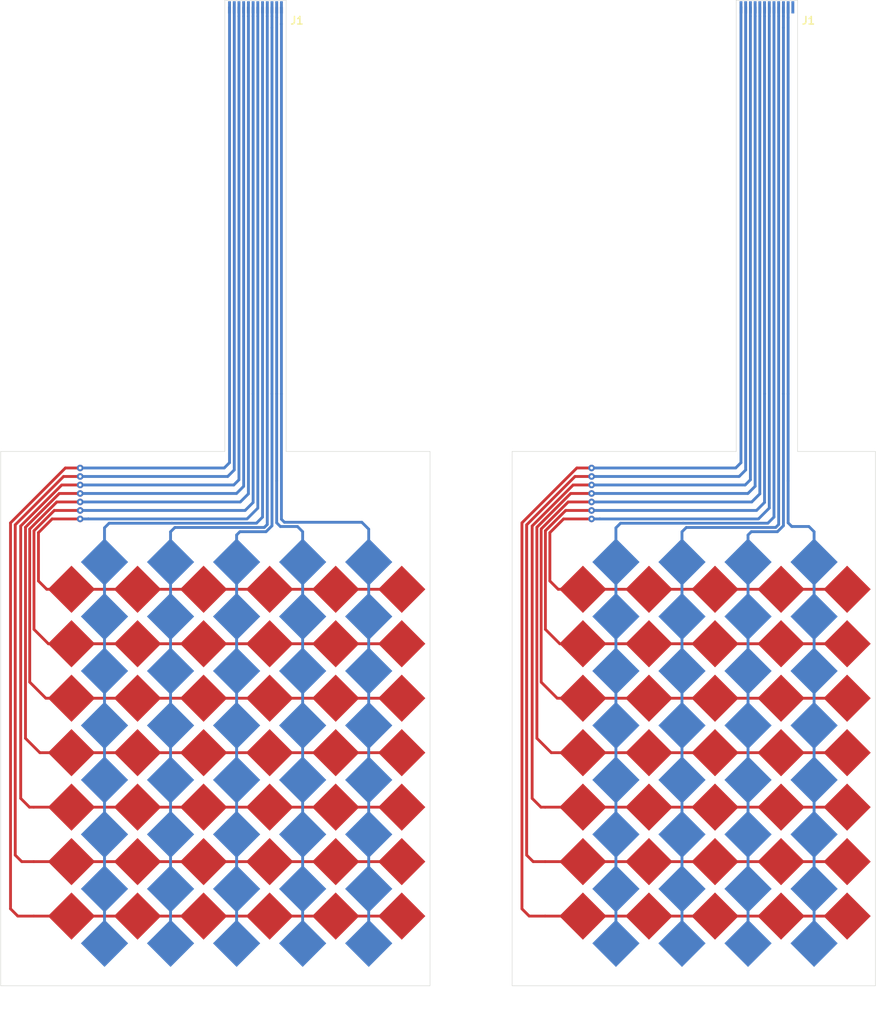
<source format=kicad_pcb>
(kicad_pcb (version 20171130) (host pcbnew "(5.1.10)-1")

  (general
    (thickness 1.6)
    (drawings 18)
    (tracks 250)
    (zones 0)
    (modules 151)
    (nets 13)
  )

  (page A4)
  (layers
    (0 F.Cu signal)
    (31 B.Cu signal)
    (32 B.Adhes user hide)
    (33 F.Adhes user hide)
    (34 B.Paste user hide)
    (35 F.Paste user hide)
    (36 B.SilkS user hide)
    (37 F.SilkS user hide)
    (38 B.Mask user hide)
    (39 F.Mask user hide)
    (40 Dwgs.User user)
    (41 Cmts.User user hide)
    (42 Eco1.User user hide)
    (43 Eco2.User user hide)
    (44 Edge.Cuts user)
    (45 Margin user hide)
    (46 B.CrtYd user hide)
    (47 F.CrtYd user hide)
    (48 B.Fab user hide)
    (49 F.Fab user hide)
  )

  (setup
    (last_trace_width 0.25)
    (user_trace_width 0.3)
    (trace_clearance 0.1)
    (zone_clearance 0.508)
    (zone_45_only no)
    (trace_min 0.2)
    (via_size 0.8)
    (via_drill 0.4)
    (via_min_size 0.4)
    (via_min_drill 0.3)
    (user_via 0.7 0.3)
    (uvia_size 0.3)
    (uvia_drill 0.1)
    (uvias_allowed no)
    (uvia_min_size 0.2)
    (uvia_min_drill 0.1)
    (edge_width 0.05)
    (segment_width 0.2)
    (pcb_text_width 0.3)
    (pcb_text_size 1.5 1.5)
    (mod_edge_width 0.12)
    (mod_text_size 1 1)
    (mod_text_width 0.15)
    (pad_size 0.3048 1.2954)
    (pad_drill 0)
    (pad_to_mask_clearance 0)
    (aux_axis_origin 0 0)
    (visible_elements 7FFFFFFF)
    (pcbplotparams
      (layerselection 0x010fc_ffffffff)
      (usegerberextensions false)
      (usegerberattributes true)
      (usegerberadvancedattributes true)
      (creategerberjobfile true)
      (excludeedgelayer true)
      (linewidth 0.100000)
      (plotframeref false)
      (viasonmask false)
      (mode 1)
      (useauxorigin false)
      (hpglpennumber 1)
      (hpglpenspeed 20)
      (hpglpendiameter 15.000000)
      (psnegative false)
      (psa4output false)
      (plotreference true)
      (plotvalue true)
      (plotinvisibletext false)
      (padsonsilk false)
      (subtractmaskfromsilk false)
      (outputformat 1)
      (mirror false)
      (drillshape 1)
      (scaleselection 1)
      (outputdirectory ""))
  )

  (net 0 "")
  (net 1 1)
  (net 2 2)
  (net 3 3)
  (net 4 4)
  (net 5 5)
  (net 6 6)
  (net 7 7)
  (net 8 8)
  (net 9 9)
  (net 10 10)
  (net 11 12)
  (net 12 11)

  (net_class Default "This is the default net class."
    (clearance 0.1)
    (trace_width 0.25)
    (via_dia 0.8)
    (via_drill 0.4)
    (uvia_dia 0.3)
    (uvia_drill 0.1)
    (add_net 1)
    (add_net 10)
    (add_net 11)
    (add_net 12)
    (add_net 2)
    (add_net 3)
    (add_net 4)
    (add_net 5)
    (add_net 6)
    (add_net 7)
    (add_net 8)
    (add_net 9)
  )

  (module Connector_FPCB:Conn_FCPB_12 (layer F.Cu) (tedit 62A332DD) (tstamp 62A30C5A)
    (at 173.7 39.056)
    (path /62A21DA4)
    (fp_text reference J1 (at 4.4 0.7) (layer F.SilkS)
      (effects (font (size 0.801457 0.801457) (thickness 0.15)))
    )
    (fp_text value Conn_FPCB_12 (at 0.3 2.1) (layer F.Fab)
      (effects (font (size 0.800693 0.800693) (thickness 0.15)))
    )
    (pad 1 smd rect (at -2.75 -0.706) (size 0.3048 1.2954) (layers B.Cu B.Paste B.Mask))
    (pad 2 smd rect (at -2.25 -0.706) (size 0.3048 1.2954) (layers B.Cu B.Paste B.Mask))
    (pad 3 smd rect (at -1.75 -0.706) (size 0.3048 1.2954) (layers B.Cu B.Paste B.Mask))
    (pad 4 smd rect (at -1.25 -0.706) (size 0.3048 1.2954) (layers B.Cu B.Paste B.Mask))
    (pad 5 smd rect (at -0.75 -0.706) (size 0.3048 1.2954) (layers B.Cu B.Paste B.Mask))
    (pad 6 smd rect (at -0.25 -0.706) (size 0.3048 1.2954) (layers B.Cu B.Paste B.Mask))
    (pad 7 smd rect (at 0.25 -0.706) (size 0.3048 1.2954) (layers B.Cu B.Paste B.Mask))
    (pad 8 smd rect (at 0.75 -0.706) (size 0.3048 1.2954) (layers B.Cu B.Paste B.Mask))
    (pad 9 smd rect (at 1.25 -0.706) (size 0.3048 1.2954) (layers B.Cu B.Paste B.Mask))
    (pad 10 smd rect (at 1.75 -0.706) (size 0.3048 1.2954) (layers B.Cu B.Paste B.Mask))
    (pad 11 smd rect (at 2.25 -0.706) (size 0.3048 1.2954) (layers B.Cu B.Paste B.Mask))
    (pad 12 smd rect (at 2.75 -0.706) (size 0.3048 1.2954) (layers B.Cu B.Paste B.Mask))
  )

  (module Diamond_Pattern:1_Diamond_TOP (layer F.Cu) (tedit 62A0CBA0) (tstamp 62A30D35)
    (at 182.2 134.62)
    (fp_text reference D (at 0 4.5) (layer F.SilkS) hide
      (effects (font (size 1 1) (thickness 0.15)))
    )
    (fp_text value D (at 0 0.1) (layer F.Fab) hide
      (effects (font (size 1 1) (thickness 0.15)))
    )
    (pad "" smd rect (at 0 0 45) (size 3.54 3.54) (layers F.Cu))
  )

  (module Diamond_Pattern:1_Diamond_TOP (layer F.Cu) (tedit 62A0CBA0) (tstamp 62A30D31)
    (at 168.2 134.62)
    (fp_text reference D (at 0 4.5) (layer F.SilkS) hide
      (effects (font (size 1 1) (thickness 0.15)))
    )
    (fp_text value D (at 0 0.1) (layer F.Fab) hide
      (effects (font (size 1 1) (thickness 0.15)))
    )
    (pad "" smd rect (at 0 0 45) (size 3.54 3.54) (layers F.Cu))
  )

  (module Diamond_Pattern:1_Diamond_TOP (layer F.Cu) (tedit 62A20D4D) (tstamp 62A30D2D)
    (at 175.2 128.85)
    (fp_text reference D (at 0 4.5) (layer F.SilkS) hide
      (effects (font (size 1 1) (thickness 0.15)))
    )
    (fp_text value D (at 0 0.1) (layer F.Fab) hide
      (effects (font (size 1 1) (thickness 0.15)))
    )
    (pad "" smd rect (at 0 0 45) (size 3.54 3.54) (layers F.Cu))
  )

  (module Diamond_Pattern:1_Diamond_TOP (layer F.Cu) (tedit 62A0CBA0) (tstamp 62A30D29)
    (at 175.2 134.62)
    (fp_text reference D (at 0 4.5) (layer F.SilkS) hide
      (effects (font (size 1 1) (thickness 0.15)))
    )
    (fp_text value D (at 0 0.1) (layer F.Fab) hide
      (effects (font (size 1 1) (thickness 0.15)))
    )
    (pad "" smd rect (at 0 0 45) (size 3.54 3.54) (layers F.Cu))
  )

  (module Diamond_Pattern:1_Diamond_TOP (layer F.Cu) (tedit 62A20D4D) (tstamp 62A30D1D)
    (at 182.2 128.85)
    (fp_text reference D (at 0 4.5) (layer F.SilkS) hide
      (effects (font (size 1 1) (thickness 0.15)))
    )
    (fp_text value D (at 0 0.1) (layer F.Fab) hide
      (effects (font (size 1 1) (thickness 0.15)))
    )
    (pad "" smd rect (at 0 0 45) (size 3.54 3.54) (layers F.Cu))
  )

  (module Diamond_Pattern:1_Diamond_TOP (layer F.Cu) (tedit 62A0CBA0) (tstamp 62A30D15)
    (at 161.2 134.62)
    (fp_text reference D (at 0 4.5) (layer F.SilkS) hide
      (effects (font (size 1 1) (thickness 0.15)))
    )
    (fp_text value D (at 0 0.1) (layer F.Fab) hide
      (effects (font (size 1 1) (thickness 0.15)))
    )
    (pad "" smd rect (at 0 0 45) (size 3.54 3.54) (layers F.Cu))
  )

  (module Diamond_Pattern:1_Diamond_BOTTOM (layer F.Cu) (tedit 62A20D16) (tstamp 62A30D01)
    (at 171.7 114.425)
    (fp_text reference D (at 0 0.5) (layer F.SilkS) hide
      (effects (font (size 1 1) (thickness 0.15)))
    )
    (fp_text value D (at 0 0.5) (layer F.Fab) hide
      (effects (font (size 1 1) (thickness 0.15)))
    )
    (pad "" smd rect (at 0 0 45) (size 3.54 3.54) (layers B.Cu))
  )

  (module Diamond_Pattern:1_Diamond_TOP (layer F.Cu) (tedit 62A20D69) (tstamp 62A30CFD)
    (at 161.2 105.77)
    (fp_text reference D (at 0 4.5) (layer F.SilkS) hide
      (effects (font (size 1 1) (thickness 0.15)))
    )
    (fp_text value D (at 0 0.1) (layer F.Fab) hide
      (effects (font (size 1 1) (thickness 0.15)))
    )
    (pad "" smd rect (at 0 0 45) (size 3.54 3.54) (layers F.Cu))
  )

  (module Diamond_Pattern:1_Diamond_BOTTOM (layer F.Cu) (tedit 62A20C9F) (tstamp 62A30CF9)
    (at 178.7 125.965)
    (fp_text reference D (at 0 0.5) (layer F.SilkS) hide
      (effects (font (size 1 1) (thickness 0.15)))
    )
    (fp_text value D (at 0 0.5) (layer F.Fab) hide
      (effects (font (size 1 1) (thickness 0.15)))
    )
    (pad "" smd rect (at 0 0 45) (size 3.54 3.54) (layers B.Cu))
  )

  (module Diamond_Pattern:1_Diamond_TOP (layer F.Cu) (tedit 62A20D69) (tstamp 62A30CF5)
    (at 175.2 105.77)
    (fp_text reference D (at 0 4.5) (layer F.SilkS) hide
      (effects (font (size 1 1) (thickness 0.15)))
    )
    (fp_text value D (at 0 0.1) (layer F.Fab) hide
      (effects (font (size 1 1) (thickness 0.15)))
    )
    (pad "" smd rect (at 0 0 45) (size 3.54 3.54) (layers F.Cu))
  )

  (module Diamond_Pattern:1_Diamond_BOTTOM (layer F.Cu) (tedit 62A20D16) (tstamp 62A30CF1)
    (at 171.7 102.885)
    (fp_text reference D (at 0 0.5) (layer F.SilkS) hide
      (effects (font (size 1 1) (thickness 0.15)))
    )
    (fp_text value D (at 0 0.5) (layer F.Fab) hide
      (effects (font (size 1 1) (thickness 0.15)))
    )
    (pad "" smd rect (at 0 0 45) (size 3.54 3.54) (layers B.Cu))
  )

  (module Diamond_Pattern:1_Diamond_BOTTOM (layer F.Cu) (tedit 62A20D16) (tstamp 62A30CED)
    (at 171.7 108.655)
    (fp_text reference D (at 0 0.5) (layer F.SilkS) hide
      (effects (font (size 1 1) (thickness 0.15)))
    )
    (fp_text value D (at 0 0.5) (layer F.Fab) hide
      (effects (font (size 1 1) (thickness 0.15)))
    )
    (pad "" smd rect (at 0 0 45) (size 3.54 3.54) (layers B.Cu))
  )

  (module Diamond_Pattern:1_Diamond_BOTTOM (layer F.Cu) (tedit 62A20D16) (tstamp 62A30CE9)
    (at 171.7 137.505)
    (fp_text reference D (at 0 0.5) (layer F.SilkS) hide
      (effects (font (size 1 1) (thickness 0.15)))
    )
    (fp_text value D (at 0 0.5) (layer F.Fab) hide
      (effects (font (size 1 1) (thickness 0.15)))
    )
    (pad "" smd rect (at 0 0 45) (size 3.54 3.54) (layers B.Cu))
  )

  (module Diamond_Pattern:1_Diamond_BOTTOM (layer F.Cu) (tedit 62A20D16) (tstamp 62A30CE5)
    (at 171.7 125.965)
    (fp_text reference D (at 0 0.5) (layer F.SilkS) hide
      (effects (font (size 1 1) (thickness 0.15)))
    )
    (fp_text value D (at 0 0.5) (layer F.Fab) hide
      (effects (font (size 1 1) (thickness 0.15)))
    )
    (pad "" smd rect (at 0 0 45) (size 3.54 3.54) (layers B.Cu))
  )

  (module Diamond_Pattern:1_Diamond_BOTTOM (layer F.Cu) (tedit 62A20C9F) (tstamp 62A30CE1)
    (at 178.7 137.505)
    (fp_text reference D (at 0 0.5) (layer F.SilkS) hide
      (effects (font (size 1 1) (thickness 0.15)))
    )
    (fp_text value D (at 0 0.5) (layer F.Fab) hide
      (effects (font (size 1 1) (thickness 0.15)))
    )
    (pad "" smd rect (at 0 0 45) (size 3.54 3.54) (layers B.Cu))
  )

  (module Diamond_Pattern:1_Diamond_TOP (layer F.Cu) (tedit 62A20D69) (tstamp 62A30CDD)
    (at 182.2 105.77)
    (fp_text reference D (at 0 4.5) (layer F.SilkS) hide
      (effects (font (size 1 1) (thickness 0.15)))
    )
    (fp_text value D (at 0 0.1) (layer F.Fab) hide
      (effects (font (size 1 1) (thickness 0.15)))
    )
    (pad "" smd rect (at 0 0 45) (size 3.54 3.54) (layers F.Cu))
  )

  (module Diamond_Pattern:1_Diamond_BOTTOM (layer F.Cu) (tedit 62A20D16) (tstamp 62A30CD9)
    (at 171.7 131.735)
    (fp_text reference D (at 0 0.5) (layer F.SilkS) hide
      (effects (font (size 1 1) (thickness 0.15)))
    )
    (fp_text value D (at 0 0.5) (layer F.Fab) hide
      (effects (font (size 1 1) (thickness 0.15)))
    )
    (pad "" smd rect (at 0 0 45) (size 3.54 3.54) (layers B.Cu))
  )

  (module Diamond_Pattern:1_Diamond_BOTTOM (layer F.Cu) (tedit 62A20C9F) (tstamp 62A30CD5)
    (at 178.7 114.425)
    (fp_text reference D (at 0 0.5) (layer F.SilkS) hide
      (effects (font (size 1 1) (thickness 0.15)))
    )
    (fp_text value D (at 0 0.5) (layer F.Fab) hide
      (effects (font (size 1 1) (thickness 0.15)))
    )
    (pad "" smd rect (at 0 0 45) (size 3.54 3.54) (layers B.Cu))
  )

  (module Diamond_Pattern:1_Diamond_BOTTOM (layer F.Cu) (tedit 62A20C9F) (tstamp 62A30CD1)
    (at 178.7 120.195)
    (fp_text reference D (at 0 0.5) (layer F.SilkS) hide
      (effects (font (size 1 1) (thickness 0.15)))
    )
    (fp_text value D (at 0 0.5) (layer F.Fab) hide
      (effects (font (size 1 1) (thickness 0.15)))
    )
    (pad "" smd rect (at 0 0 45) (size 3.54 3.54) (layers B.Cu))
  )

  (module Diamond_Pattern:1_Diamond_BOTTOM (layer F.Cu) (tedit 62A20C9F) (tstamp 62A30CCD)
    (at 178.7 131.735)
    (fp_text reference D (at 0 0.5) (layer F.SilkS) hide
      (effects (font (size 1 1) (thickness 0.15)))
    )
    (fp_text value D (at 0 0.5) (layer F.Fab) hide
      (effects (font (size 1 1) (thickness 0.15)))
    )
    (pad "" smd rect (at 0 0 45) (size 3.54 3.54) (layers B.Cu))
  )

  (module Diamond_Pattern:1_Diamond_BOTTOM (layer F.Cu) (tedit 62A20D16) (tstamp 62A30CC9)
    (at 171.7 120.195)
    (fp_text reference D (at 0 0.5) (layer F.SilkS) hide
      (effects (font (size 1 1) (thickness 0.15)))
    )
    (fp_text value D (at 0 0.5) (layer F.Fab) hide
      (effects (font (size 1 1) (thickness 0.15)))
    )
    (pad "" smd rect (at 0 0 45) (size 3.54 3.54) (layers B.Cu))
  )

  (module Diamond_Pattern:1_Diamond_BOTTOM (layer F.Cu) (tedit 62A20C9F) (tstamp 62A30CC5)
    (at 178.7 108.655)
    (fp_text reference D (at 0 0.5) (layer F.SilkS) hide
      (effects (font (size 1 1) (thickness 0.15)))
    )
    (fp_text value D (at 0 0.5) (layer F.Fab) hide
      (effects (font (size 1 1) (thickness 0.15)))
    )
    (pad "" smd rect (at 0 0 45) (size 3.54 3.54) (layers B.Cu))
  )

  (module Diamond_Pattern:1_Diamond_TOP (layer F.Cu) (tedit 62A20D69) (tstamp 62A30CC1)
    (at 168.2 105.77)
    (fp_text reference D (at 0 4.5) (layer F.SilkS) hide
      (effects (font (size 1 1) (thickness 0.15)))
    )
    (fp_text value D (at 0 0.1) (layer F.Fab) hide
      (effects (font (size 1 1) (thickness 0.15)))
    )
    (pad "" smd rect (at 0 0 45) (size 3.54 3.54) (layers F.Cu))
  )

  (module Diamond_Pattern:1_Diamond_BOTTOM (layer F.Cu) (tedit 62A20C9F) (tstamp 62A30CBD)
    (at 178.7 102.885)
    (fp_text reference D (at 0 0.5) (layer F.SilkS) hide
      (effects (font (size 1 1) (thickness 0.15)))
    )
    (fp_text value D (at 0 0.5) (layer F.Fab) hide
      (effects (font (size 1 1) (thickness 0.15)))
    )
    (pad "" smd rect (at 0 0 45) (size 3.54 3.54) (layers B.Cu))
  )

  (module Diamond_Pattern:1_Diamond_TOP (layer F.Cu) (tedit 62A20D5B) (tstamp 62A30CB9)
    (at 154.2 117.31)
    (fp_text reference D (at 0 4.5) (layer F.SilkS) hide
      (effects (font (size 1 1) (thickness 0.15)))
    )
    (fp_text value D (at 0 0.1) (layer F.Fab) hide
      (effects (font (size 1 1) (thickness 0.15)))
    )
    (pad "" smd rect (at 0 0 45) (size 3.54 3.54) (layers F.Cu))
  )

  (module Diamond_Pattern:1_Diamond_BOTTOM (layer F.Cu) (tedit 62A20D22) (tstamp 62A30CB5)
    (at 164.7 97.115)
    (fp_text reference D (at 0 0.5) (layer F.SilkS) hide
      (effects (font (size 1 1) (thickness 0.15)))
    )
    (fp_text value D (at 0 0.5) (layer F.Fab) hide
      (effects (font (size 1 1) (thickness 0.15)))
    )
    (pad "" smd rect (at 0 0 45) (size 3.54 3.54) (layers B.Cu))
  )

  (module Diamond_Pattern:1_Diamond_TOP (layer F.Cu) (tedit 62A20D4D) (tstamp 62A30CB1)
    (at 154.2 128.85)
    (fp_text reference D (at 0 4.5) (layer F.SilkS) hide
      (effects (font (size 1 1) (thickness 0.15)))
    )
    (fp_text value D (at 0 0.1) (layer F.Fab) hide
      (effects (font (size 1 1) (thickness 0.15)))
    )
    (pad "" smd rect (at 0 0 45) (size 3.54 3.54) (layers F.Cu))
  )

  (module Diamond_Pattern:1_Diamond_TOP (layer F.Cu) (tedit 62A20D6F) (tstamp 62A30CAD)
    (at 154.2 100)
    (fp_text reference D (at 0 4.5) (layer F.SilkS) hide
      (effects (font (size 1 1) (thickness 0.15)))
    )
    (fp_text value D (at 0 0.1) (layer F.Fab) hide
      (effects (font (size 1 1) (thickness 0.15)))
    )
    (pad "" smd rect (at 0 0 45) (size 3.54 3.54) (layers F.Cu))
  )

  (module Diamond_Pattern:1_Diamond_TOP (layer F.Cu) (tedit 62A20D69) (tstamp 62A30CA5)
    (at 154.2 105.77)
    (fp_text reference D (at 0 4.5) (layer F.SilkS) hide
      (effects (font (size 1 1) (thickness 0.15)))
    )
    (fp_text value D (at 0 0.1) (layer F.Fab) hide
      (effects (font (size 1 1) (thickness 0.15)))
    )
    (pad "" smd rect (at 0 0 45) (size 3.54 3.54) (layers F.Cu))
  )

  (module Diamond_Pattern:1_Diamond_BOTTOM (layer F.Cu) (tedit 62A20D29) (tstamp 62A30CA1)
    (at 157.7 97.115)
    (fp_text reference D (at 0 0.5) (layer F.SilkS) hide
      (effects (font (size 1 1) (thickness 0.15)))
    )
    (fp_text value D (at 0 0.5) (layer F.Fab) hide
      (effects (font (size 1 1) (thickness 0.15)))
    )
    (pad "" smd rect (at 0 0 45) (size 3.54 3.54) (layers B.Cu))
  )

  (module Diamond_Pattern:1_Diamond_BOTTOM (layer F.Cu) (tedit 62A20C9F) (tstamp 62A30C9D)
    (at 178.7 97.115)
    (fp_text reference D (at 0 0.5) (layer F.SilkS) hide
      (effects (font (size 1 1) (thickness 0.15)))
    )
    (fp_text value D (at 0 0.5) (layer F.Fab) hide
      (effects (font (size 1 1) (thickness 0.15)))
    )
    (pad "" smd rect (at 0 0 45) (size 3.54 3.54) (layers B.Cu))
  )

  (module Diamond_Pattern:1_Diamond_TOP (layer F.Cu) (tedit 62A20D62) (tstamp 62A30C8D)
    (at 154.2 111.54)
    (fp_text reference D (at 0 4.5) (layer F.SilkS) hide
      (effects (font (size 1 1) (thickness 0.15)))
    )
    (fp_text value D (at 0 0.1) (layer F.Fab) hide
      (effects (font (size 1 1) (thickness 0.15)))
    )
    (pad "" smd rect (at 0 0 45) (size 3.54 3.54) (layers F.Cu))
  )

  (module Diamond_Pattern:1_Diamond_TOP (layer F.Cu) (tedit 62A20D52) (tstamp 62A30C81)
    (at 154.2 123.08)
    (fp_text reference D (at 0 4.5) (layer F.SilkS) hide
      (effects (font (size 1 1) (thickness 0.15)))
    )
    (fp_text value D (at 0 0.1) (layer F.Fab) hide
      (effects (font (size 1 1) (thickness 0.15)))
    )
    (pad "" smd rect (at 0 0 45) (size 3.54 3.54) (layers F.Cu))
  )

  (module Diamond_Pattern:1_Diamond_BOTTOM (layer F.Cu) (tedit 62A20D16) (tstamp 62A30C7D)
    (at 171.7 97.115)
    (fp_text reference D (at 0 0.5) (layer F.SilkS) hide
      (effects (font (size 1 1) (thickness 0.15)))
    )
    (fp_text value D (at 0 0.5) (layer F.Fab) hide
      (effects (font (size 1 1) (thickness 0.15)))
    )
    (pad "" smd rect (at 0 0 45) (size 3.54 3.54) (layers B.Cu))
  )

  (module Diamond_Pattern:1_Diamond_BOTTOM (layer F.Cu) (tedit 62A20D22) (tstamp 62A30C79)
    (at 164.7 120.195)
    (fp_text reference D (at 0 0.5) (layer F.SilkS) hide
      (effects (font (size 1 1) (thickness 0.15)))
    )
    (fp_text value D (at 0 0.5) (layer F.Fab) hide
      (effects (font (size 1 1) (thickness 0.15)))
    )
    (pad "" smd rect (at 0 0 45) (size 3.54 3.54) (layers B.Cu))
  )

  (module Diamond_Pattern:1_Diamond_BOTTOM (layer F.Cu) (tedit 62A20D22) (tstamp 62A30C75)
    (at 164.7 131.735)
    (fp_text reference D (at 0 0.5) (layer F.SilkS) hide
      (effects (font (size 1 1) (thickness 0.15)))
    )
    (fp_text value D (at 0 0.5) (layer F.Fab) hide
      (effects (font (size 1 1) (thickness 0.15)))
    )
    (pad "" smd rect (at 0 0 45) (size 3.54 3.54) (layers B.Cu))
  )

  (module Diamond_Pattern:1_Diamond_TOP (layer F.Cu) (tedit 62A0CBA0) (tstamp 62A30C71)
    (at 154.2 134.62)
    (fp_text reference D (at 0 4.5) (layer F.SilkS) hide
      (effects (font (size 1 1) (thickness 0.15)))
    )
    (fp_text value D (at 0 0.1) (layer F.Fab) hide
      (effects (font (size 1 1) (thickness 0.15)))
    )
    (pad "" smd rect (at 0 0 45) (size 3.54 3.54) (layers F.Cu))
  )

  (module Diamond_Pattern:1_Diamond_BOTTOM (layer F.Cu) (tedit 62A20D29) (tstamp 62A30C56)
    (at 157.7 102.885)
    (fp_text reference D (at 0 0.5) (layer F.SilkS) hide
      (effects (font (size 1 1) (thickness 0.15)))
    )
    (fp_text value D (at 0 0.5) (layer F.Fab) hide
      (effects (font (size 1 1) (thickness 0.15)))
    )
    (pad "" smd rect (at 0 0 45) (size 3.54 3.54) (layers B.Cu))
  )

  (module Diamond_Pattern:1_Diamond_BOTTOM (layer F.Cu) (tedit 62A20D29) (tstamp 62A30C52)
    (at 157.7 108.655)
    (fp_text reference D (at 0 0.5) (layer F.SilkS) hide
      (effects (font (size 1 1) (thickness 0.15)))
    )
    (fp_text value D (at 0 0.5) (layer F.Fab) hide
      (effects (font (size 1 1) (thickness 0.15)))
    )
    (pad "" smd rect (at 0 0 45) (size 3.54 3.54) (layers B.Cu))
  )

  (module Diamond_Pattern:1_Diamond_BOTTOM (layer F.Cu) (tedit 62A20D29) (tstamp 62A30C4E)
    (at 157.7 114.425)
    (fp_text reference D (at 0 0.5) (layer F.SilkS) hide
      (effects (font (size 1 1) (thickness 0.15)))
    )
    (fp_text value D (at 0 0.5) (layer F.Fab) hide
      (effects (font (size 1 1) (thickness 0.15)))
    )
    (pad "" smd rect (at 0 0 45) (size 3.54 3.54) (layers B.Cu))
  )

  (module Diamond_Pattern:1_Diamond_BOTTOM (layer F.Cu) (tedit 62A20D29) (tstamp 62A30C4A)
    (at 157.7 120.195)
    (fp_text reference D (at 0 0.5) (layer F.SilkS) hide
      (effects (font (size 1 1) (thickness 0.15)))
    )
    (fp_text value D (at 0 0.5) (layer F.Fab) hide
      (effects (font (size 1 1) (thickness 0.15)))
    )
    (pad "" smd rect (at 0 0 45) (size 3.54 3.54) (layers B.Cu))
  )

  (module Diamond_Pattern:1_Diamond_BOTTOM (layer F.Cu) (tedit 62A20D29) (tstamp 62A30C46)
    (at 157.7 125.965)
    (fp_text reference D (at 0 0.5) (layer F.SilkS) hide
      (effects (font (size 1 1) (thickness 0.15)))
    )
    (fp_text value D (at 0 0.5) (layer F.Fab) hide
      (effects (font (size 1 1) (thickness 0.15)))
    )
    (pad "" smd rect (at 0 0 45) (size 3.54 3.54) (layers B.Cu))
  )

  (module Diamond_Pattern:1_Diamond_BOTTOM (layer F.Cu) (tedit 62A20D22) (tstamp 62A30C42)
    (at 164.7 114.425)
    (fp_text reference D (at 0 0.5) (layer F.SilkS) hide
      (effects (font (size 1 1) (thickness 0.15)))
    )
    (fp_text value D (at 0 0.5) (layer F.Fab) hide
      (effects (font (size 1 1) (thickness 0.15)))
    )
    (pad "" smd rect (at 0 0 45) (size 3.54 3.54) (layers B.Cu))
  )

  (module Diamond_Pattern:1_Diamond_BOTTOM (layer F.Cu) (tedit 62A20D22) (tstamp 62A30C3E)
    (at 164.7 108.655)
    (fp_text reference D (at 0 0.5) (layer F.SilkS) hide
      (effects (font (size 1 1) (thickness 0.15)))
    )
    (fp_text value D (at 0 0.5) (layer F.Fab) hide
      (effects (font (size 1 1) (thickness 0.15)))
    )
    (pad "" smd rect (at 0 0 45) (size 3.54 3.54) (layers B.Cu))
  )

  (module Diamond_Pattern:1_Diamond_BOTTOM (layer F.Cu) (tedit 62A20D29) (tstamp 62A30C3A)
    (at 157.7 131.735)
    (fp_text reference D (at 0 0.5) (layer F.SilkS) hide
      (effects (font (size 1 1) (thickness 0.15)))
    )
    (fp_text value D (at 0 0.5) (layer F.Fab) hide
      (effects (font (size 1 1) (thickness 0.15)))
    )
    (pad "" smd rect (at 0 0 45) (size 3.54 3.54) (layers B.Cu))
  )

  (module Diamond_Pattern:1_Diamond_BOTTOM (layer F.Cu) (tedit 62A20D29) (tstamp 62A30C36)
    (at 157.7 137.505)
    (fp_text reference D (at 0 0.5) (layer F.SilkS) hide
      (effects (font (size 1 1) (thickness 0.15)))
    )
    (fp_text value D (at 0 0.5) (layer F.Fab) hide
      (effects (font (size 1 1) (thickness 0.15)))
    )
    (pad "" smd rect (at 0 0 45) (size 3.54 3.54) (layers B.Cu))
  )

  (module Diamond_Pattern:1_Diamond_BOTTOM (layer F.Cu) (tedit 62A20D22) (tstamp 62A30C32)
    (at 164.7 125.965)
    (fp_text reference D (at 0 0.5) (layer F.SilkS) hide
      (effects (font (size 1 1) (thickness 0.15)))
    )
    (fp_text value D (at 0 0.5) (layer F.Fab) hide
      (effects (font (size 1 1) (thickness 0.15)))
    )
    (pad "" smd rect (at 0 0 45) (size 3.54 3.54) (layers B.Cu))
  )

  (module Diamond_Pattern:1_Diamond_BOTTOM (layer F.Cu) (tedit 62A20D22) (tstamp 62A30C2E)
    (at 164.7 137.505)
    (fp_text reference D (at 0 0.5) (layer F.SilkS) hide
      (effects (font (size 1 1) (thickness 0.15)))
    )
    (fp_text value D (at 0 0.5) (layer F.Fab) hide
      (effects (font (size 1 1) (thickness 0.15)))
    )
    (pad "" smd rect (at 0 0 45) (size 3.54 3.54) (layers B.Cu))
  )

  (module Diamond_Pattern:1_Diamond_BOTTOM (layer F.Cu) (tedit 62A20D22) (tstamp 62A30C2A)
    (at 164.7 102.885)
    (fp_text reference D (at 0 0.5) (layer F.SilkS) hide
      (effects (font (size 1 1) (thickness 0.15)))
    )
    (fp_text value D (at 0 0.5) (layer F.Fab) hide
      (effects (font (size 1 1) (thickness 0.15)))
    )
    (pad "" smd rect (at 0 0 45) (size 3.54 3.54) (layers B.Cu))
  )

  (module Diamond_Pattern:1_Diamond_TOP (layer F.Cu) (tedit 62A20D52) (tstamp 62A30BA0)
    (at 161.2 123.08)
    (fp_text reference D (at 0 4.5) (layer F.SilkS) hide
      (effects (font (size 1 1) (thickness 0.15)))
    )
    (fp_text value D (at 0 0.1) (layer F.Fab) hide
      (effects (font (size 1 1) (thickness 0.15)))
    )
    (pad "" smd rect (at 0 0 45) (size 3.54 3.54) (layers F.Cu))
  )

  (module Diamond_Pattern:1_Diamond_TOP (layer F.Cu) (tedit 62A20D52) (tstamp 62A30B9C)
    (at 175.2 123.08)
    (fp_text reference D (at 0 4.5) (layer F.SilkS) hide
      (effects (font (size 1 1) (thickness 0.15)))
    )
    (fp_text value D (at 0 0.1) (layer F.Fab) hide
      (effects (font (size 1 1) (thickness 0.15)))
    )
    (pad "" smd rect (at 0 0 45) (size 3.54 3.54) (layers F.Cu))
  )

  (module Diamond_Pattern:1_Diamond_TOP (layer F.Cu) (tedit 62A20D62) (tstamp 62A30B98)
    (at 175.2 111.54)
    (fp_text reference D (at 0 4.5) (layer F.SilkS) hide
      (effects (font (size 1 1) (thickness 0.15)))
    )
    (fp_text value D (at 0 0.1) (layer F.Fab) hide
      (effects (font (size 1 1) (thickness 0.15)))
    )
    (pad "" smd rect (at 0 0 45) (size 3.54 3.54) (layers F.Cu))
  )

  (module Diamond_Pattern:1_Diamond_TOP (layer F.Cu) (tedit 62A20D62) (tstamp 62A30B94)
    (at 182.2 111.54)
    (fp_text reference D (at 0 4.5) (layer F.SilkS) hide
      (effects (font (size 1 1) (thickness 0.15)))
    )
    (fp_text value D (at 0 0.1) (layer F.Fab) hide
      (effects (font (size 1 1) (thickness 0.15)))
    )
    (pad "" smd rect (at 0 0 45) (size 3.54 3.54) (layers F.Cu))
  )

  (module Diamond_Pattern:1_Diamond_TOP (layer F.Cu) (tedit 62A20D4D) (tstamp 62A30B90)
    (at 161.2 128.85)
    (fp_text reference D (at 0 4.5) (layer F.SilkS) hide
      (effects (font (size 1 1) (thickness 0.15)))
    )
    (fp_text value D (at 0 0.1) (layer F.Fab) hide
      (effects (font (size 1 1) (thickness 0.15)))
    )
    (pad "" smd rect (at 0 0 45) (size 3.54 3.54) (layers F.Cu))
  )

  (module Diamond_Pattern:1_Diamond_TOP (layer F.Cu) (tedit 62A20D52) (tstamp 62A30B8C)
    (at 182.2 123.08)
    (fp_text reference D (at 0 4.5) (layer F.SilkS) hide
      (effects (font (size 1 1) (thickness 0.15)))
    )
    (fp_text value D (at 0 0.1) (layer F.Fab) hide
      (effects (font (size 1 1) (thickness 0.15)))
    )
    (pad "" smd rect (at 0 0 45) (size 3.54 3.54) (layers F.Cu))
  )

  (module Diamond_Pattern:1_Diamond_TOP (layer F.Cu) (tedit 62A20D5B) (tstamp 62A30B88)
    (at 161.2 117.31)
    (fp_text reference D (at 0 4.5) (layer F.SilkS) hide
      (effects (font (size 1 1) (thickness 0.15)))
    )
    (fp_text value D (at 0 0.1) (layer F.Fab) hide
      (effects (font (size 1 1) (thickness 0.15)))
    )
    (pad "" smd rect (at 0 0 45) (size 3.54 3.54) (layers F.Cu))
  )

  (module Diamond_Pattern:1_Diamond_TOP (layer F.Cu) (tedit 62A20D6F) (tstamp 62A30B84)
    (at 161.2 100)
    (fp_text reference D (at 0 4.5) (layer F.SilkS) hide
      (effects (font (size 1 1) (thickness 0.15)))
    )
    (fp_text value D (at 0 0.1) (layer F.Fab) hide
      (effects (font (size 1 1) (thickness 0.15)))
    )
    (pad "" smd rect (at 0 0 45) (size 3.54 3.54) (layers F.Cu))
  )

  (module Diamond_Pattern:1_Diamond_TOP (layer F.Cu) (tedit 62A20D5B) (tstamp 62A30B80)
    (at 168.2 117.31)
    (fp_text reference D (at 0 4.5) (layer F.SilkS) hide
      (effects (font (size 1 1) (thickness 0.15)))
    )
    (fp_text value D (at 0 0.1) (layer F.Fab) hide
      (effects (font (size 1 1) (thickness 0.15)))
    )
    (pad "" smd rect (at 0 0 45) (size 3.54 3.54) (layers F.Cu))
  )

  (module Diamond_Pattern:1_Diamond_TOP (layer F.Cu) (tedit 62A20D6F) (tstamp 62A30B7C)
    (at 168.2 100)
    (fp_text reference D (at 0 4.5) (layer F.SilkS) hide
      (effects (font (size 1 1) (thickness 0.15)))
    )
    (fp_text value D (at 0 0.1) (layer F.Fab) hide
      (effects (font (size 1 1) (thickness 0.15)))
    )
    (pad "" smd rect (at 0 0 45) (size 3.54 3.54) (layers F.Cu))
  )

  (module Diamond_Pattern:1_Diamond_TOP (layer F.Cu) (tedit 62A20D5B) (tstamp 62A30B78)
    (at 175.2 117.31)
    (fp_text reference D (at 0 4.5) (layer F.SilkS) hide
      (effects (font (size 1 1) (thickness 0.15)))
    )
    (fp_text value D (at 0 0.1) (layer F.Fab) hide
      (effects (font (size 1 1) (thickness 0.15)))
    )
    (pad "" smd rect (at 0 0 45) (size 3.54 3.54) (layers F.Cu))
  )

  (module Diamond_Pattern:1_Diamond_TOP (layer F.Cu) (tedit 62A20D52) (tstamp 62A30B74)
    (at 168.2 123.08)
    (fp_text reference D (at 0 4.5) (layer F.SilkS) hide
      (effects (font (size 1 1) (thickness 0.15)))
    )
    (fp_text value D (at 0 0.1) (layer F.Fab) hide
      (effects (font (size 1 1) (thickness 0.15)))
    )
    (pad "" smd rect (at 0 0 45) (size 3.54 3.54) (layers F.Cu))
  )

  (module Diamond_Pattern:1_Diamond_TOP (layer F.Cu) (tedit 62A20D6F) (tstamp 62A30B70)
    (at 175.2 100)
    (fp_text reference D (at 0 4.5) (layer F.SilkS) hide
      (effects (font (size 1 1) (thickness 0.15)))
    )
    (fp_text value D (at 0 0.1) (layer F.Fab) hide
      (effects (font (size 1 1) (thickness 0.15)))
    )
    (pad "" smd rect (at 0 0 45) (size 3.54 3.54) (layers F.Cu))
  )

  (module Diamond_Pattern:1_Diamond_TOP (layer F.Cu) (tedit 62A20D6F) (tstamp 62A30B6C)
    (at 182.2 100)
    (fp_text reference D (at 0 4.5) (layer F.SilkS) hide
      (effects (font (size 1 1) (thickness 0.15)))
    )
    (fp_text value D (at 0 0.1) (layer F.Fab) hide
      (effects (font (size 1 1) (thickness 0.15)))
    )
    (pad "" smd rect (at 0 0 45) (size 3.54 3.54) (layers F.Cu))
  )

  (module Diamond_Pattern:1_Diamond_TOP (layer F.Cu) (tedit 62A20D62) (tstamp 62A30B68)
    (at 161.2 111.54)
    (fp_text reference D (at 0 4.5) (layer F.SilkS) hide
      (effects (font (size 1 1) (thickness 0.15)))
    )
    (fp_text value D (at 0 0.1) (layer F.Fab) hide
      (effects (font (size 1 1) (thickness 0.15)))
    )
    (pad "" smd rect (at 0 0 45) (size 3.54 3.54) (layers F.Cu))
  )

  (module Diamond_Pattern:1_Diamond_TOP (layer F.Cu) (tedit 62A20D62) (tstamp 62A30B64)
    (at 168.2 111.54)
    (fp_text reference D (at 0 4.5) (layer F.SilkS) hide
      (effects (font (size 1 1) (thickness 0.15)))
    )
    (fp_text value D (at 0 0.1) (layer F.Fab) hide
      (effects (font (size 1 1) (thickness 0.15)))
    )
    (pad "" smd rect (at 0 0 45) (size 3.54 3.54) (layers F.Cu))
  )

  (module Diamond_Pattern:1_Diamond_TOP (layer F.Cu) (tedit 62A20D5B) (tstamp 62A30B60)
    (at 182.2 117.31)
    (fp_text reference D (at 0 4.5) (layer F.SilkS) hide
      (effects (font (size 1 1) (thickness 0.15)))
    )
    (fp_text value D (at 0 0.1) (layer F.Fab) hide
      (effects (font (size 1 1) (thickness 0.15)))
    )
    (pad "" smd rect (at 0 0 45) (size 3.54 3.54) (layers F.Cu))
  )

  (module Diamond_Pattern:1_Diamond_TOP (layer F.Cu) (tedit 62A20D4D) (tstamp 62A30B5C)
    (at 168.2 128.85)
    (fp_text reference D (at 0 4.5) (layer F.SilkS) hide
      (effects (font (size 1 1) (thickness 0.15)))
    )
    (fp_text value D (at 0 0.1) (layer F.Fab) hide
      (effects (font (size 1 1) (thickness 0.15)))
    )
    (pad "" smd rect (at 0 0 45) (size 3.54 3.54) (layers F.Cu))
  )

  (module Diamond_Pattern:1_Diamond_TOP (layer F.Cu) (tedit 62A0CBA0) (tstamp 62A27240)
    (at 135 134.62)
    (fp_text reference D (at 0 4.5) (layer F.SilkS) hide
      (effects (font (size 1 1) (thickness 0.15)))
    )
    (fp_text value D (at 0 0.1) (layer F.Fab) hide
      (effects (font (size 1 1) (thickness 0.15)))
    )
    (pad "" smd rect (at 0 0 45) (size 3.54 3.54) (layers F.Cu)
      (net 1 1))
  )

  (module Diamond_Pattern:1_Diamond_TOP (layer F.Cu) (tedit 62A20D4D) (tstamp 62A2722B)
    (at 135 128.85)
    (fp_text reference D (at 0 4.5) (layer F.SilkS) hide
      (effects (font (size 1 1) (thickness 0.15)))
    )
    (fp_text value D (at 0 0.1) (layer F.Fab) hide
      (effects (font (size 1 1) (thickness 0.15)))
    )
    (pad "" smd rect (at 0 0 45) (size 3.54 3.54) (layers F.Cu)
      (net 2 2))
  )

  (module Diamond_Pattern:1_Diamond_TOP (layer F.Cu) (tedit 62A20D52) (tstamp 62A27216)
    (at 135 123.08)
    (fp_text reference D (at 0 4.5) (layer F.SilkS) hide
      (effects (font (size 1 1) (thickness 0.15)))
    )
    (fp_text value D (at 0 0.1) (layer F.Fab) hide
      (effects (font (size 1 1) (thickness 0.15)))
    )
    (pad "" smd rect (at 0 0 45) (size 3.54 3.54) (layers F.Cu)
      (net 3 3))
  )

  (module Diamond_Pattern:1_Diamond_TOP (layer F.Cu) (tedit 62A20D5B) (tstamp 62A27201)
    (at 135 117.31)
    (fp_text reference D (at 0 4.5) (layer F.SilkS) hide
      (effects (font (size 1 1) (thickness 0.15)))
    )
    (fp_text value D (at 0 0.1) (layer F.Fab) hide
      (effects (font (size 1 1) (thickness 0.15)))
    )
    (pad "" smd rect (at 0 0 45) (size 3.54 3.54) (layers F.Cu)
      (net 4 4))
  )

  (module Diamond_Pattern:1_Diamond_TOP (layer F.Cu) (tedit 62A20D62) (tstamp 62A271EC)
    (at 135 111.54)
    (fp_text reference D (at 0 4.5) (layer F.SilkS) hide
      (effects (font (size 1 1) (thickness 0.15)))
    )
    (fp_text value D (at 0 0.1) (layer F.Fab) hide
      (effects (font (size 1 1) (thickness 0.15)))
    )
    (pad "" smd rect (at 0 0 45) (size 3.54 3.54) (layers F.Cu)
      (net 5 5))
  )

  (module Diamond_Pattern:1_Diamond_TOP (layer F.Cu) (tedit 62A20D69) (tstamp 62A271D7)
    (at 135 105.77)
    (fp_text reference D (at 0 4.5) (layer F.SilkS) hide
      (effects (font (size 1 1) (thickness 0.15)))
    )
    (fp_text value D (at 0 0.1) (layer F.Fab) hide
      (effects (font (size 1 1) (thickness 0.15)))
    )
    (pad "" smd rect (at 0 0 45) (size 3.54 3.54) (layers F.Cu)
      (net 6 6))
  )

  (module Diamond_Pattern:1_Diamond_TOP (layer F.Cu) (tedit 62A20D6F) (tstamp 62A271C1)
    (at 135 100)
    (fp_text reference D (at 0 4.5) (layer F.SilkS) hide
      (effects (font (size 1 1) (thickness 0.15)))
    )
    (fp_text value D (at 0 0.1) (layer F.Fab) hide
      (effects (font (size 1 1) (thickness 0.15)))
    )
    (pad "" smd rect (at 0 0 45) (size 3.54 3.54) (layers F.Cu)
      (net 7 7))
  )

  (module Diamond_Pattern:1_Diamond_TOP (layer F.Cu) (tedit 62A0CBA0) (tstamp 62A27145)
    (at 128 134.62)
    (fp_text reference D (at 0 4.5) (layer F.SilkS) hide
      (effects (font (size 1 1) (thickness 0.15)))
    )
    (fp_text value D (at 0 0.1) (layer F.Fab) hide
      (effects (font (size 1 1) (thickness 0.15)))
    )
    (pad "" smd rect (at 0 0 45) (size 3.54 3.54) (layers F.Cu)
      (net 1 1))
  )

  (module Diamond_Pattern:1_Diamond_TOP (layer F.Cu) (tedit 62A0CBA0) (tstamp 62A2713D)
    (at 121 134.62)
    (fp_text reference D (at 0 4.5) (layer F.SilkS) hide
      (effects (font (size 1 1) (thickness 0.15)))
    )
    (fp_text value D (at 0 0.1) (layer F.Fab) hide
      (effects (font (size 1 1) (thickness 0.15)))
    )
    (pad "" smd rect (at 0 0 45) (size 3.54 3.54) (layers F.Cu)
      (net 1 1))
  )

  (module Diamond_Pattern:1_Diamond_TOP (layer F.Cu) (tedit 62A0CBA0) (tstamp 62A27135)
    (at 114 134.62)
    (fp_text reference D (at 0 4.5) (layer F.SilkS) hide
      (effects (font (size 1 1) (thickness 0.15)))
    )
    (fp_text value D (at 0 0.1) (layer F.Fab) hide
      (effects (font (size 1 1) (thickness 0.15)))
    )
    (pad "" smd rect (at 0 0 45) (size 3.54 3.54) (layers F.Cu)
      (net 1 1))
  )

  (module Diamond_Pattern:1_Diamond_TOP (layer F.Cu) (tedit 62A0CBA0) (tstamp 62A2712D)
    (at 107 134.62)
    (fp_text reference D (at 0 4.5) (layer F.SilkS) hide
      (effects (font (size 1 1) (thickness 0.15)))
    )
    (fp_text value D (at 0 0.1) (layer F.Fab) hide
      (effects (font (size 1 1) (thickness 0.15)))
    )
    (pad "" smd rect (at 0 0 45) (size 3.54 3.54) (layers F.Cu)
      (net 1 1))
  )

  (module Diamond_Pattern:1_Diamond_TOP (layer F.Cu) (tedit 62A20D4D) (tstamp 62A27118)
    (at 128 128.85)
    (fp_text reference D (at 0 4.5) (layer F.SilkS) hide
      (effects (font (size 1 1) (thickness 0.15)))
    )
    (fp_text value D (at 0 0.1) (layer F.Fab) hide
      (effects (font (size 1 1) (thickness 0.15)))
    )
    (pad "" smd rect (at 0 0 45) (size 3.54 3.54) (layers F.Cu)
      (net 2 2))
  )

  (module Diamond_Pattern:1_Diamond_TOP (layer F.Cu) (tedit 62A20D4D) (tstamp 62A27110)
    (at 121 128.85)
    (fp_text reference D (at 0 4.5) (layer F.SilkS) hide
      (effects (font (size 1 1) (thickness 0.15)))
    )
    (fp_text value D (at 0 0.1) (layer F.Fab) hide
      (effects (font (size 1 1) (thickness 0.15)))
    )
    (pad "" smd rect (at 0 0 45) (size 3.54 3.54) (layers F.Cu)
      (net 2 2))
  )

  (module Diamond_Pattern:1_Diamond_TOP (layer F.Cu) (tedit 62A20D4D) (tstamp 62A27108)
    (at 114 128.85)
    (fp_text reference D (at 0 4.5) (layer F.SilkS) hide
      (effects (font (size 1 1) (thickness 0.15)))
    )
    (fp_text value D (at 0 0.1) (layer F.Fab) hide
      (effects (font (size 1 1) (thickness 0.15)))
    )
    (pad "" smd rect (at 0 0 45) (size 3.54 3.54) (layers F.Cu)
      (net 2 2))
  )

  (module Diamond_Pattern:1_Diamond_TOP (layer F.Cu) (tedit 62A20D4D) (tstamp 62A27100)
    (at 107 128.85)
    (fp_text reference D (at 0 4.5) (layer F.SilkS) hide
      (effects (font (size 1 1) (thickness 0.15)))
    )
    (fp_text value D (at 0 0.1) (layer F.Fab) hide
      (effects (font (size 1 1) (thickness 0.15)))
    )
    (pad "" smd rect (at 0 0 45) (size 3.54 3.54) (layers F.Cu)
      (net 2 2))
  )

  (module Diamond_Pattern:1_Diamond_TOP (layer F.Cu) (tedit 62A20D52) (tstamp 62A270EB)
    (at 128 123.08)
    (fp_text reference D (at 0 4.5) (layer F.SilkS) hide
      (effects (font (size 1 1) (thickness 0.15)))
    )
    (fp_text value D (at 0 0.1) (layer F.Fab) hide
      (effects (font (size 1 1) (thickness 0.15)))
    )
    (pad "" smd rect (at 0 0 45) (size 3.54 3.54) (layers F.Cu)
      (net 3 3))
  )

  (module Diamond_Pattern:1_Diamond_TOP (layer F.Cu) (tedit 62A20D52) (tstamp 62A270E3)
    (at 121 123.08)
    (fp_text reference D (at 0 4.5) (layer F.SilkS) hide
      (effects (font (size 1 1) (thickness 0.15)))
    )
    (fp_text value D (at 0 0.1) (layer F.Fab) hide
      (effects (font (size 1 1) (thickness 0.15)))
    )
    (pad "" smd rect (at 0 0 45) (size 3.54 3.54) (layers F.Cu)
      (net 3 3))
  )

  (module Diamond_Pattern:1_Diamond_TOP (layer F.Cu) (tedit 62A20D52) (tstamp 62A270DB)
    (at 114 123.08)
    (fp_text reference D (at 0 4.5) (layer F.SilkS) hide
      (effects (font (size 1 1) (thickness 0.15)))
    )
    (fp_text value D (at 0 0.1) (layer F.Fab) hide
      (effects (font (size 1 1) (thickness 0.15)))
    )
    (pad "" smd rect (at 0 0 45) (size 3.54 3.54) (layers F.Cu)
      (net 3 3))
  )

  (module Diamond_Pattern:1_Diamond_TOP (layer F.Cu) (tedit 62A20D52) (tstamp 62A270D3)
    (at 107 123.08)
    (fp_text reference D (at 0 4.5) (layer F.SilkS) hide
      (effects (font (size 1 1) (thickness 0.15)))
    )
    (fp_text value D (at 0 0.1) (layer F.Fab) hide
      (effects (font (size 1 1) (thickness 0.15)))
    )
    (pad "" smd rect (at 0 0 45) (size 3.54 3.54) (layers F.Cu)
      (net 3 3))
  )

  (module Diamond_Pattern:1_Diamond_TOP (layer F.Cu) (tedit 62A20D5B) (tstamp 62A270BE)
    (at 128 117.31)
    (fp_text reference D (at 0 4.5) (layer F.SilkS) hide
      (effects (font (size 1 1) (thickness 0.15)))
    )
    (fp_text value D (at 0 0.1) (layer F.Fab) hide
      (effects (font (size 1 1) (thickness 0.15)))
    )
    (pad "" smd rect (at 0 0 45) (size 3.54 3.54) (layers F.Cu)
      (net 4 4))
  )

  (module Diamond_Pattern:1_Diamond_TOP (layer F.Cu) (tedit 62A20D5B) (tstamp 62A270B6)
    (at 121 117.31)
    (fp_text reference D (at 0 4.5) (layer F.SilkS) hide
      (effects (font (size 1 1) (thickness 0.15)))
    )
    (fp_text value D (at 0 0.1) (layer F.Fab) hide
      (effects (font (size 1 1) (thickness 0.15)))
    )
    (pad "" smd rect (at 0 0 45) (size 3.54 3.54) (layers F.Cu)
      (net 4 4))
  )

  (module Diamond_Pattern:1_Diamond_TOP (layer F.Cu) (tedit 62A20D5B) (tstamp 62A270AE)
    (at 114 117.31)
    (fp_text reference D (at 0 4.5) (layer F.SilkS) hide
      (effects (font (size 1 1) (thickness 0.15)))
    )
    (fp_text value D (at 0 0.1) (layer F.Fab) hide
      (effects (font (size 1 1) (thickness 0.15)))
    )
    (pad "" smd rect (at 0 0 45) (size 3.54 3.54) (layers F.Cu)
      (net 4 4))
  )

  (module Diamond_Pattern:1_Diamond_TOP (layer F.Cu) (tedit 62A20D5B) (tstamp 62A270A6)
    (at 107 117.31)
    (fp_text reference D (at 0 4.5) (layer F.SilkS) hide
      (effects (font (size 1 1) (thickness 0.15)))
    )
    (fp_text value D (at 0 0.1) (layer F.Fab) hide
      (effects (font (size 1 1) (thickness 0.15)))
    )
    (pad "" smd rect (at 0 0 45) (size 3.54 3.54) (layers F.Cu)
      (net 4 4))
  )

  (module Diamond_Pattern:1_Diamond_TOP (layer F.Cu) (tedit 62A20D62) (tstamp 62A27091)
    (at 128 111.54)
    (fp_text reference D (at 0 4.5) (layer F.SilkS) hide
      (effects (font (size 1 1) (thickness 0.15)))
    )
    (fp_text value D (at 0 0.1) (layer F.Fab) hide
      (effects (font (size 1 1) (thickness 0.15)))
    )
    (pad "" smd rect (at 0 0 45) (size 3.54 3.54) (layers F.Cu)
      (net 5 5))
  )

  (module Diamond_Pattern:1_Diamond_TOP (layer F.Cu) (tedit 62A20D62) (tstamp 62A27089)
    (at 121 111.54)
    (fp_text reference D (at 0 4.5) (layer F.SilkS) hide
      (effects (font (size 1 1) (thickness 0.15)))
    )
    (fp_text value D (at 0 0.1) (layer F.Fab) hide
      (effects (font (size 1 1) (thickness 0.15)))
    )
    (pad "" smd rect (at 0 0 45) (size 3.54 3.54) (layers F.Cu)
      (net 5 5))
  )

  (module Diamond_Pattern:1_Diamond_TOP (layer F.Cu) (tedit 62A20D62) (tstamp 62A27081)
    (at 114 111.54)
    (fp_text reference D (at 0 4.5) (layer F.SilkS) hide
      (effects (font (size 1 1) (thickness 0.15)))
    )
    (fp_text value D (at 0 0.1) (layer F.Fab) hide
      (effects (font (size 1 1) (thickness 0.15)))
    )
    (pad "" smd rect (at 0 0 45) (size 3.54 3.54) (layers F.Cu)
      (net 5 5))
  )

  (module Diamond_Pattern:1_Diamond_TOP (layer F.Cu) (tedit 62A20D62) (tstamp 62A27079)
    (at 107 111.54)
    (fp_text reference D (at 0 4.5) (layer F.SilkS) hide
      (effects (font (size 1 1) (thickness 0.15)))
    )
    (fp_text value D (at 0 0.1) (layer F.Fab) hide
      (effects (font (size 1 1) (thickness 0.15)))
    )
    (pad "" smd rect (at 0 0 45) (size 3.54 3.54) (layers F.Cu)
      (net 5 5))
  )

  (module Diamond_Pattern:1_Diamond_TOP (layer F.Cu) (tedit 62A20D6F) (tstamp 62A27064)
    (at 128 100)
    (fp_text reference D (at 0 4.5) (layer F.SilkS) hide
      (effects (font (size 1 1) (thickness 0.15)))
    )
    (fp_text value D (at 0 0.1) (layer F.Fab) hide
      (effects (font (size 1 1) (thickness 0.15)))
    )
    (pad "" smd rect (at 0 0 45) (size 3.54 3.54) (layers F.Cu)
      (net 7 7))
  )

  (module Diamond_Pattern:1_Diamond_TOP (layer F.Cu) (tedit 62A20D6F) (tstamp 62A2705C)
    (at 121 100)
    (fp_text reference D (at 0 4.5) (layer F.SilkS) hide
      (effects (font (size 1 1) (thickness 0.15)))
    )
    (fp_text value D (at 0 0.1) (layer F.Fab) hide
      (effects (font (size 1 1) (thickness 0.15)))
    )
    (pad "" smd rect (at 0 0 45) (size 3.54 3.54) (layers F.Cu)
      (net 7 7))
  )

  (module Diamond_Pattern:1_Diamond_TOP (layer F.Cu) (tedit 62A20D6F) (tstamp 62A27054)
    (at 114 100)
    (fp_text reference D (at 0 4.5) (layer F.SilkS) hide
      (effects (font (size 1 1) (thickness 0.15)))
    )
    (fp_text value D (at 0 0.1) (layer F.Fab) hide
      (effects (font (size 1 1) (thickness 0.15)))
    )
    (pad "" smd rect (at 0 0 45) (size 3.54 3.54) (layers F.Cu)
      (net 7 7))
  )

  (module Diamond_Pattern:1_Diamond_TOP (layer F.Cu) (tedit 62A20D6F) (tstamp 62A2704C)
    (at 107 100)
    (fp_text reference D (at 0 4.5) (layer F.SilkS) hide
      (effects (font (size 1 1) (thickness 0.15)))
    )
    (fp_text value D (at 0 0.1) (layer F.Fab) hide
      (effects (font (size 1 1) (thickness 0.15)))
    )
    (pad "" smd rect (at 0 0 45) (size 3.54 3.54) (layers F.Cu)
      (net 7 7))
  )

  (module Diamond_Pattern:1_Diamond_TOP (layer F.Cu) (tedit 62A20D69) (tstamp 62A2702D)
    (at 128 105.77)
    (fp_text reference D (at 0 4.5) (layer F.SilkS) hide
      (effects (font (size 1 1) (thickness 0.15)))
    )
    (fp_text value D (at 0 0.1) (layer F.Fab) hide
      (effects (font (size 1 1) (thickness 0.15)))
    )
    (pad "" smd rect (at 0 0 45) (size 3.54 3.54) (layers F.Cu)
      (net 6 6))
  )

  (module Diamond_Pattern:1_Diamond_TOP (layer F.Cu) (tedit 62A20D69) (tstamp 62A27025)
    (at 121 105.77)
    (fp_text reference D (at 0 4.5) (layer F.SilkS) hide
      (effects (font (size 1 1) (thickness 0.15)))
    )
    (fp_text value D (at 0 0.1) (layer F.Fab) hide
      (effects (font (size 1 1) (thickness 0.15)))
    )
    (pad "" smd rect (at 0 0 45) (size 3.54 3.54) (layers F.Cu)
      (net 6 6))
  )

  (module Diamond_Pattern:1_Diamond_TOP (layer F.Cu) (tedit 62A20D69) (tstamp 62A2701D)
    (at 114 105.77)
    (fp_text reference D (at 0 4.5) (layer F.SilkS) hide
      (effects (font (size 1 1) (thickness 0.15)))
    )
    (fp_text value D (at 0 0.1) (layer F.Fab) hide
      (effects (font (size 1 1) (thickness 0.15)))
    )
    (pad "" smd rect (at 0 0 45) (size 3.54 3.54) (layers F.Cu)
      (net 6 6))
  )

  (module Diamond_Pattern:1_Diamond_TOP (layer F.Cu) (tedit 62A20D69) (tstamp 62A27015)
    (at 107 105.77)
    (fp_text reference D (at 0 4.5) (layer F.SilkS) hide
      (effects (font (size 1 1) (thickness 0.15)))
    )
    (fp_text value D (at 0 0.1) (layer F.Fab) hide
      (effects (font (size 1 1) (thickness 0.15)))
    )
    (pad "" smd rect (at 0 0 45) (size 3.54 3.54) (layers F.Cu)
      (net 6 6))
  )

  (module Diamond_Pattern:1_Diamond_BOTTOM (layer F.Cu) (tedit 62A20C9F) (tstamp 62A26F6E)
    (at 124.5 137.505)
    (fp_text reference D (at 0 0.5) (layer F.SilkS) hide
      (effects (font (size 1 1) (thickness 0.15)))
    )
    (fp_text value D (at 0 0.5) (layer F.Fab) hide
      (effects (font (size 1 1) (thickness 0.15)))
    )
    (pad "" smd rect (at 0 0 45) (size 3.54 3.54) (layers B.Cu)
      (net 12 11))
  )

  (module Diamond_Pattern:1_Diamond_BOTTOM (layer F.Cu) (tedit 62A20C9F) (tstamp 62A26F66)
    (at 124.5 131.735)
    (fp_text reference D (at 0 0.5) (layer F.SilkS) hide
      (effects (font (size 1 1) (thickness 0.15)))
    )
    (fp_text value D (at 0 0.5) (layer F.Fab) hide
      (effects (font (size 1 1) (thickness 0.15)))
    )
    (pad "" smd rect (at 0 0 45) (size 3.54 3.54) (layers B.Cu)
      (net 12 11))
  )

  (module Diamond_Pattern:1_Diamond_BOTTOM (layer F.Cu) (tedit 62A20C9F) (tstamp 62A26F5E)
    (at 124.5 125.965)
    (fp_text reference D (at 0 0.5) (layer F.SilkS) hide
      (effects (font (size 1 1) (thickness 0.15)))
    )
    (fp_text value D (at 0 0.5) (layer F.Fab) hide
      (effects (font (size 1 1) (thickness 0.15)))
    )
    (pad "" smd rect (at 0 0 45) (size 3.54 3.54) (layers B.Cu)
      (net 12 11))
  )

  (module Diamond_Pattern:1_Diamond_BOTTOM (layer F.Cu) (tedit 62A20C9F) (tstamp 62A26F56)
    (at 124.5 120.195)
    (fp_text reference D (at 0 0.5) (layer F.SilkS) hide
      (effects (font (size 1 1) (thickness 0.15)))
    )
    (fp_text value D (at 0 0.5) (layer F.Fab) hide
      (effects (font (size 1 1) (thickness 0.15)))
    )
    (pad "" smd rect (at 0 0 45) (size 3.54 3.54) (layers B.Cu)
      (net 12 11))
  )

  (module Diamond_Pattern:1_Diamond_BOTTOM (layer F.Cu) (tedit 62A20C9F) (tstamp 62A26F4E)
    (at 124.5 114.425)
    (fp_text reference D (at 0 0.5) (layer F.SilkS) hide
      (effects (font (size 1 1) (thickness 0.15)))
    )
    (fp_text value D (at 0 0.5) (layer F.Fab) hide
      (effects (font (size 1 1) (thickness 0.15)))
    )
    (pad "" smd rect (at 0 0 45) (size 3.54 3.54) (layers B.Cu)
      (net 12 11))
  )

  (module Diamond_Pattern:1_Diamond_BOTTOM (layer F.Cu) (tedit 62A20C9F) (tstamp 62A26F46)
    (at 124.5 108.655)
    (fp_text reference D (at 0 0.5) (layer F.SilkS) hide
      (effects (font (size 1 1) (thickness 0.15)))
    )
    (fp_text value D (at 0 0.5) (layer F.Fab) hide
      (effects (font (size 1 1) (thickness 0.15)))
    )
    (pad "" smd rect (at 0 0 45) (size 3.54 3.54) (layers B.Cu)
      (net 12 11))
  )

  (module Diamond_Pattern:1_Diamond_BOTTOM (layer F.Cu) (tedit 62A20C9F) (tstamp 62A26F3E)
    (at 124.5 102.885)
    (fp_text reference D (at 0 0.5) (layer F.SilkS) hide
      (effects (font (size 1 1) (thickness 0.15)))
    )
    (fp_text value D (at 0 0.5) (layer F.Fab) hide
      (effects (font (size 1 1) (thickness 0.15)))
    )
    (pad "" smd rect (at 0 0 45) (size 3.54 3.54) (layers B.Cu)
      (net 12 11))
  )

  (module Diamond_Pattern:1_Diamond_BOTTOM (layer F.Cu) (tedit 62A20D16) (tstamp 62A26F2D)
    (at 117.5 137.505)
    (fp_text reference D (at 0 0.5) (layer F.SilkS) hide
      (effects (font (size 1 1) (thickness 0.15)))
    )
    (fp_text value D (at 0 0.5) (layer F.Fab) hide
      (effects (font (size 1 1) (thickness 0.15)))
    )
    (pad "" smd rect (at 0 0 45) (size 3.54 3.54) (layers B.Cu)
      (net 10 10))
  )

  (module Diamond_Pattern:1_Diamond_BOTTOM (layer F.Cu) (tedit 62A20D16) (tstamp 62A26F25)
    (at 117.5 131.735)
    (fp_text reference D (at 0 0.5) (layer F.SilkS) hide
      (effects (font (size 1 1) (thickness 0.15)))
    )
    (fp_text value D (at 0 0.5) (layer F.Fab) hide
      (effects (font (size 1 1) (thickness 0.15)))
    )
    (pad "" smd rect (at 0 0 45) (size 3.54 3.54) (layers B.Cu)
      (net 10 10))
  )

  (module Diamond_Pattern:1_Diamond_BOTTOM (layer F.Cu) (tedit 62A20D16) (tstamp 62A26F1D)
    (at 117.5 125.965)
    (fp_text reference D (at 0 0.5) (layer F.SilkS) hide
      (effects (font (size 1 1) (thickness 0.15)))
    )
    (fp_text value D (at 0 0.5) (layer F.Fab) hide
      (effects (font (size 1 1) (thickness 0.15)))
    )
    (pad "" smd rect (at 0 0 45) (size 3.54 3.54) (layers B.Cu)
      (net 10 10))
  )

  (module Diamond_Pattern:1_Diamond_BOTTOM (layer F.Cu) (tedit 62A20D16) (tstamp 62A26F15)
    (at 117.5 120.195)
    (fp_text reference D (at 0 0.5) (layer F.SilkS) hide
      (effects (font (size 1 1) (thickness 0.15)))
    )
    (fp_text value D (at 0 0.5) (layer F.Fab) hide
      (effects (font (size 1 1) (thickness 0.15)))
    )
    (pad "" smd rect (at 0 0 45) (size 3.54 3.54) (layers B.Cu)
      (net 10 10))
  )

  (module Diamond_Pattern:1_Diamond_BOTTOM (layer F.Cu) (tedit 62A20D16) (tstamp 62A26F0D)
    (at 117.5 114.425)
    (fp_text reference D (at 0 0.5) (layer F.SilkS) hide
      (effects (font (size 1 1) (thickness 0.15)))
    )
    (fp_text value D (at 0 0.5) (layer F.Fab) hide
      (effects (font (size 1 1) (thickness 0.15)))
    )
    (pad "" smd rect (at 0 0 45) (size 3.54 3.54) (layers B.Cu)
      (net 10 10))
  )

  (module Diamond_Pattern:1_Diamond_BOTTOM (layer F.Cu) (tedit 62A20D16) (tstamp 62A26F05)
    (at 117.5 108.655)
    (fp_text reference D (at 0 0.5) (layer F.SilkS) hide
      (effects (font (size 1 1) (thickness 0.15)))
    )
    (fp_text value D (at 0 0.5) (layer F.Fab) hide
      (effects (font (size 1 1) (thickness 0.15)))
    )
    (pad "" smd rect (at 0 0 45) (size 3.54 3.54) (layers B.Cu)
      (net 10 10))
  )

  (module Diamond_Pattern:1_Diamond_BOTTOM (layer F.Cu) (tedit 62A20D16) (tstamp 62A26EFD)
    (at 117.5 102.885)
    (fp_text reference D (at 0 0.5) (layer F.SilkS) hide
      (effects (font (size 1 1) (thickness 0.15)))
    )
    (fp_text value D (at 0 0.5) (layer F.Fab) hide
      (effects (font (size 1 1) (thickness 0.15)))
    )
    (pad "" smd rect (at 0 0 45) (size 3.54 3.54) (layers B.Cu)
      (net 10 10))
  )

  (module Diamond_Pattern:1_Diamond_BOTTOM (layer F.Cu) (tedit 62A20D22) (tstamp 62A26EE5)
    (at 110.5 137.505)
    (fp_text reference D (at 0 0.5) (layer F.SilkS) hide
      (effects (font (size 1 1) (thickness 0.15)))
    )
    (fp_text value D (at 0 0.5) (layer F.Fab) hide
      (effects (font (size 1 1) (thickness 0.15)))
    )
    (pad "" smd rect (at 0 0 45) (size 3.54 3.54) (layers B.Cu)
      (net 9 9))
  )

  (module Diamond_Pattern:1_Diamond_BOTTOM (layer F.Cu) (tedit 62A20D22) (tstamp 62A26EDD)
    (at 110.5 131.735)
    (fp_text reference D (at 0 0.5) (layer F.SilkS) hide
      (effects (font (size 1 1) (thickness 0.15)))
    )
    (fp_text value D (at 0 0.5) (layer F.Fab) hide
      (effects (font (size 1 1) (thickness 0.15)))
    )
    (pad "" smd rect (at 0 0 45) (size 3.54 3.54) (layers B.Cu)
      (net 9 9))
  )

  (module Diamond_Pattern:1_Diamond_BOTTOM (layer F.Cu) (tedit 62A20D22) (tstamp 62A26ED5)
    (at 110.5 125.965)
    (fp_text reference D (at 0 0.5) (layer F.SilkS) hide
      (effects (font (size 1 1) (thickness 0.15)))
    )
    (fp_text value D (at 0 0.5) (layer F.Fab) hide
      (effects (font (size 1 1) (thickness 0.15)))
    )
    (pad "" smd rect (at 0 0 45) (size 3.54 3.54) (layers B.Cu)
      (net 9 9))
  )

  (module Diamond_Pattern:1_Diamond_BOTTOM (layer F.Cu) (tedit 62A20D22) (tstamp 62A26ECD)
    (at 110.5 120.195)
    (fp_text reference D (at 0 0.5) (layer F.SilkS) hide
      (effects (font (size 1 1) (thickness 0.15)))
    )
    (fp_text value D (at 0 0.5) (layer F.Fab) hide
      (effects (font (size 1 1) (thickness 0.15)))
    )
    (pad "" smd rect (at 0 0 45) (size 3.54 3.54) (layers B.Cu)
      (net 9 9))
  )

  (module Diamond_Pattern:1_Diamond_BOTTOM (layer F.Cu) (tedit 62A20D22) (tstamp 62A26EC5)
    (at 110.5 114.425)
    (fp_text reference D (at 0 0.5) (layer F.SilkS) hide
      (effects (font (size 1 1) (thickness 0.15)))
    )
    (fp_text value D (at 0 0.5) (layer F.Fab) hide
      (effects (font (size 1 1) (thickness 0.15)))
    )
    (pad "" smd rect (at 0 0 45) (size 3.54 3.54) (layers B.Cu)
      (net 9 9))
  )

  (module Diamond_Pattern:1_Diamond_BOTTOM (layer F.Cu) (tedit 62A20D22) (tstamp 62A26EBD)
    (at 110.5 108.655)
    (fp_text reference D (at 0 0.5) (layer F.SilkS) hide
      (effects (font (size 1 1) (thickness 0.15)))
    )
    (fp_text value D (at 0 0.5) (layer F.Fab) hide
      (effects (font (size 1 1) (thickness 0.15)))
    )
    (pad "" smd rect (at 0 0 45) (size 3.54 3.54) (layers B.Cu)
      (net 9 9))
  )

  (module Diamond_Pattern:1_Diamond_BOTTOM (layer F.Cu) (tedit 62A20D22) (tstamp 62A26EB5)
    (at 110.5 102.885)
    (fp_text reference D (at 0 0.5) (layer F.SilkS) hide
      (effects (font (size 1 1) (thickness 0.15)))
    )
    (fp_text value D (at 0 0.5) (layer F.Fab) hide
      (effects (font (size 1 1) (thickness 0.15)))
    )
    (pad "" smd rect (at 0 0 45) (size 3.54 3.54) (layers B.Cu)
      (net 9 9))
  )

  (module Diamond_Pattern:1_Diamond_BOTTOM (layer F.Cu) (tedit 62A20D29) (tstamp 62A26EA4)
    (at 103.5 137.505)
    (fp_text reference D (at 0 0.5) (layer F.SilkS) hide
      (effects (font (size 1 1) (thickness 0.15)))
    )
    (fp_text value D (at 0 0.5) (layer F.Fab) hide
      (effects (font (size 1 1) (thickness 0.15)))
    )
    (pad "" smd rect (at 0 0 45) (size 3.54 3.54) (layers B.Cu)
      (net 8 8))
  )

  (module Diamond_Pattern:1_Diamond_BOTTOM (layer F.Cu) (tedit 62A20D29) (tstamp 62A26E9C)
    (at 103.5 131.735)
    (fp_text reference D (at 0 0.5) (layer F.SilkS) hide
      (effects (font (size 1 1) (thickness 0.15)))
    )
    (fp_text value D (at 0 0.5) (layer F.Fab) hide
      (effects (font (size 1 1) (thickness 0.15)))
    )
    (pad "" smd rect (at 0 0 45) (size 3.54 3.54) (layers B.Cu)
      (net 8 8))
  )

  (module Diamond_Pattern:1_Diamond_BOTTOM (layer F.Cu) (tedit 62A20D29) (tstamp 62A26E94)
    (at 103.5 125.965)
    (fp_text reference D (at 0 0.5) (layer F.SilkS) hide
      (effects (font (size 1 1) (thickness 0.15)))
    )
    (fp_text value D (at 0 0.5) (layer F.Fab) hide
      (effects (font (size 1 1) (thickness 0.15)))
    )
    (pad "" smd rect (at 0 0 45) (size 3.54 3.54) (layers B.Cu)
      (net 8 8))
  )

  (module Diamond_Pattern:1_Diamond_BOTTOM (layer F.Cu) (tedit 62A20D29) (tstamp 62A26E8C)
    (at 103.5 120.195)
    (fp_text reference D (at 0 0.5) (layer F.SilkS) hide
      (effects (font (size 1 1) (thickness 0.15)))
    )
    (fp_text value D (at 0 0.5) (layer F.Fab) hide
      (effects (font (size 1 1) (thickness 0.15)))
    )
    (pad "" smd rect (at 0 0 45) (size 3.54 3.54) (layers B.Cu)
      (net 8 8))
  )

  (module Diamond_Pattern:1_Diamond_BOTTOM (layer F.Cu) (tedit 62A20D29) (tstamp 62A26E84)
    (at 103.5 114.425)
    (fp_text reference D (at 0 0.5) (layer F.SilkS) hide
      (effects (font (size 1 1) (thickness 0.15)))
    )
    (fp_text value D (at 0 0.5) (layer F.Fab) hide
      (effects (font (size 1 1) (thickness 0.15)))
    )
    (pad "" smd rect (at 0 0 45) (size 3.54 3.54) (layers B.Cu)
      (net 8 8))
  )

  (module Diamond_Pattern:1_Diamond_BOTTOM (layer F.Cu) (tedit 62A20D29) (tstamp 62A26E7C)
    (at 103.5 108.655)
    (fp_text reference D (at 0 0.5) (layer F.SilkS) hide
      (effects (font (size 1 1) (thickness 0.15)))
    )
    (fp_text value D (at 0 0.5) (layer F.Fab) hide
      (effects (font (size 1 1) (thickness 0.15)))
    )
    (pad "" smd rect (at 0 0 45) (size 3.54 3.54) (layers B.Cu)
      (net 8 8))
  )

  (module Diamond_Pattern:1_Diamond_BOTTOM (layer F.Cu) (tedit 62A20D29) (tstamp 62A26E74)
    (at 103.5 102.885)
    (fp_text reference D (at 0 0.5) (layer F.SilkS) hide
      (effects (font (size 1 1) (thickness 0.15)))
    )
    (fp_text value D (at 0 0.5) (layer F.Fab) hide
      (effects (font (size 1 1) (thickness 0.15)))
    )
    (pad "" smd rect (at 0 0 45) (size 3.54 3.54) (layers B.Cu)
      (net 8 8))
  )

  (module Connector_FPCB:Conn_FCPB_12 (layer F.Cu) (tedit 62A20A2B) (tstamp 62A26C8D)
    (at 119.5 39.056)
    (path /62A21DA4)
    (fp_text reference J1 (at 4.4 0.7) (layer F.SilkS)
      (effects (font (size 0.801457 0.801457) (thickness 0.15)))
    )
    (fp_text value Conn_FPCB_12 (at 0.3 2.1) (layer F.Fab)
      (effects (font (size 0.800693 0.800693) (thickness 0.15)))
    )
    (pad 12 smd rect (at 2.75 -0.706) (size 0.3048 1.2954) (layers B.Cu B.Paste B.Mask)
      (net 11 12))
    (pad 11 smd rect (at 2.25 -0.706) (size 0.3048 1.2954) (layers B.Cu B.Paste B.Mask)
      (net 12 11))
    (pad 10 smd rect (at 1.75 -0.706) (size 0.3048 1.2954) (layers B.Cu B.Paste B.Mask)
      (net 10 10))
    (pad 9 smd rect (at 1.25 -0.706) (size 0.3048 1.2954) (layers B.Cu B.Paste B.Mask)
      (net 9 9))
    (pad 8 smd rect (at 0.75 -0.706) (size 0.3048 1.2954) (layers B.Cu B.Paste B.Mask)
      (net 8 8))
    (pad 7 smd rect (at 0.25 -0.706) (size 0.3048 1.2954) (layers B.Cu B.Paste B.Mask)
      (net 7 7))
    (pad 6 smd rect (at -0.25 -0.706) (size 0.3048 1.2954) (layers B.Cu B.Paste B.Mask)
      (net 6 6))
    (pad 5 smd rect (at -0.75 -0.706) (size 0.3048 1.2954) (layers B.Cu B.Paste B.Mask)
      (net 5 5))
    (pad 4 smd rect (at -1.25 -0.706) (size 0.3048 1.2954) (layers B.Cu B.Paste B.Mask)
      (net 4 4))
    (pad 3 smd rect (at -1.75 -0.706) (size 0.3048 1.2954) (layers B.Cu B.Paste B.Mask)
      (net 3 3))
    (pad 2 smd rect (at -2.25 -0.706) (size 0.3048 1.2954) (layers B.Cu B.Paste B.Mask)
      (net 2 2))
    (pad 1 smd rect (at -2.75 -0.706) (size 0.3048 1.2954) (layers B.Cu B.Paste B.Mask)
      (net 1 1))
  )

  (module Diamond_Pattern:1_Diamond_BOTTOM (layer F.Cu) (tedit 62A20B09) (tstamp 62A1FE39)
    (at 131.5 137.505)
    (fp_text reference D (at 0 0.5) (layer F.SilkS) hide
      (effects (font (size 1 1) (thickness 0.15)))
    )
    (fp_text value D (at 0 0.5) (layer F.Fab) hide
      (effects (font (size 1 1) (thickness 0.15)))
    )
    (pad "" smd rect (at 0 0 45) (size 3.54 3.54) (layers B.Cu)
      (net 11 12))
  )

  (module Diamond_Pattern:1_Diamond_BOTTOM (layer F.Cu) (tedit 62A20B02) (tstamp 62A1FE31)
    (at 131.5 131.735)
    (fp_text reference D (at 0 0.5) (layer F.SilkS) hide
      (effects (font (size 1 1) (thickness 0.15)))
    )
    (fp_text value D (at 0 0.5) (layer F.Fab) hide
      (effects (font (size 1 1) (thickness 0.15)))
    )
    (pad "" smd rect (at 0 0 45) (size 3.54 3.54) (layers B.Cu)
      (net 11 12))
  )

  (module Diamond_Pattern:1_Diamond_TOP (layer F.Cu) (tedit 62A0CBA0) (tstamp 62A1FD89)
    (at 100 134.62)
    (fp_text reference D (at 0 4.5) (layer F.SilkS) hide
      (effects (font (size 1 1) (thickness 0.15)))
    )
    (fp_text value D (at 0 0.1) (layer F.Fab) hide
      (effects (font (size 1 1) (thickness 0.15)))
    )
    (pad "" smd rect (at 0 0 45) (size 3.54 3.54) (layers F.Cu)
      (net 1 1))
  )

  (module Diamond_Pattern:1_Diamond_TOP (layer F.Cu) (tedit 62A20D4D) (tstamp 62A1FD81)
    (at 100 128.85)
    (fp_text reference D (at 0 4.5) (layer F.SilkS) hide
      (effects (font (size 1 1) (thickness 0.15)))
    )
    (fp_text value D (at 0 0.1) (layer F.Fab) hide
      (effects (font (size 1 1) (thickness 0.15)))
    )
    (pad "" smd rect (at 0 0 45) (size 3.54 3.54) (layers F.Cu)
      (net 2 2))
  )

  (module Diamond_Pattern:1_Diamond_BOTTOM (layer F.Cu) (tedit 62A20AFC) (tstamp 62A12835)
    (at 131.5 125.965)
    (fp_text reference D (at 0 0.5) (layer F.SilkS) hide
      (effects (font (size 1 1) (thickness 0.15)))
    )
    (fp_text value D (at 0 0.5) (layer F.Fab) hide
      (effects (font (size 1 1) (thickness 0.15)))
    )
    (pad "" smd rect (at 0 0 45) (size 3.54 3.54) (layers B.Cu)
      (net 11 12))
  )

  (module Diamond_Pattern:1_Diamond_BOTTOM (layer F.Cu) (tedit 62A20AF6) (tstamp 62A1282D)
    (at 131.5 120.195)
    (fp_text reference D (at 0 0.5) (layer F.SilkS) hide
      (effects (font (size 1 1) (thickness 0.15)))
    )
    (fp_text value D (at 0 0.5) (layer F.Fab) hide
      (effects (font (size 1 1) (thickness 0.15)))
    )
    (pad "" smd rect (at 0 0 45) (size 3.54 3.54) (layers B.Cu)
      (net 11 12))
  )

  (module Diamond_Pattern:1_Diamond_BOTTOM (layer F.Cu) (tedit 62A20AEE) (tstamp 62A12825)
    (at 131.5 114.425)
    (fp_text reference D (at 0 0.5) (layer F.SilkS) hide
      (effects (font (size 1 1) (thickness 0.15)))
    )
    (fp_text value D (at 0 0.5) (layer F.Fab) hide
      (effects (font (size 1 1) (thickness 0.15)))
    )
    (pad "" smd rect (at 0 0 45) (size 3.54 3.54) (layers B.Cu)
      (net 11 12))
  )

  (module Diamond_Pattern:1_Diamond_BOTTOM (layer F.Cu) (tedit 62A20AE8) (tstamp 62A1281D)
    (at 131.5 108.655)
    (fp_text reference D (at 0 0.5) (layer F.SilkS) hide
      (effects (font (size 1 1) (thickness 0.15)))
    )
    (fp_text value D (at 0 0.5) (layer F.Fab) hide
      (effects (font (size 1 1) (thickness 0.15)))
    )
    (pad "" smd rect (at 0 0 45) (size 3.54 3.54) (layers B.Cu)
      (net 11 12))
  )

  (module Diamond_Pattern:1_Diamond_BOTTOM (layer F.Cu) (tedit 62A20AE0) (tstamp 62A12815)
    (at 131.5 102.885)
    (fp_text reference D (at 0 0.5) (layer F.SilkS) hide
      (effects (font (size 1 1) (thickness 0.15)))
    )
    (fp_text value D (at 0 0.5) (layer F.Fab) hide
      (effects (font (size 1 1) (thickness 0.15)))
    )
    (pad "" smd rect (at 0 0 45) (size 3.54 3.54) (layers B.Cu)
      (net 11 12))
  )

  (module Diamond_Pattern:1_Diamond_BOTTOM (layer F.Cu) (tedit 62A20AD7) (tstamp 62A10073)
    (at 131.5 97.115)
    (fp_text reference D (at 0 0.5) (layer F.SilkS) hide
      (effects (font (size 1 1) (thickness 0.15)))
    )
    (fp_text value D (at 0 0.5) (layer F.Fab) hide
      (effects (font (size 1 1) (thickness 0.15)))
    )
    (pad "" smd rect (at 0 0 45) (size 3.54 3.54) (layers B.Cu)
      (net 11 12))
  )

  (module Diamond_Pattern:1_Diamond_BOTTOM (layer F.Cu) (tedit 62A20C9F) (tstamp 62A0FDF8)
    (at 124.5 97.115)
    (fp_text reference D (at 0 0.5) (layer F.SilkS) hide
      (effects (font (size 1 1) (thickness 0.15)))
    )
    (fp_text value D (at 0 0.5) (layer F.Fab) hide
      (effects (font (size 1 1) (thickness 0.15)))
    )
    (pad "" smd rect (at 0 0 45) (size 3.54 3.54) (layers B.Cu)
      (net 12 11))
  )

  (module Diamond_Pattern:1_Diamond_BOTTOM (layer F.Cu) (tedit 62A20D16) (tstamp 62A0FDF0)
    (at 117.5 97.115)
    (fp_text reference D (at 0 0.5) (layer F.SilkS) hide
      (effects (font (size 1 1) (thickness 0.15)))
    )
    (fp_text value D (at 0 0.5) (layer F.Fab) hide
      (effects (font (size 1 1) (thickness 0.15)))
    )
    (pad "" smd rect (at 0 0 45) (size 3.54 3.54) (layers B.Cu)
      (net 10 10))
  )

  (module Diamond_Pattern:1_Diamond_BOTTOM (layer F.Cu) (tedit 62A20D22) (tstamp 62A0FDE8)
    (at 110.5 97.115)
    (fp_text reference D (at 0 0.5) (layer F.SilkS) hide
      (effects (font (size 1 1) (thickness 0.15)))
    )
    (fp_text value D (at 0 0.5) (layer F.Fab) hide
      (effects (font (size 1 1) (thickness 0.15)))
    )
    (pad "" smd rect (at 0 0 45) (size 3.54 3.54) (layers B.Cu)
      (net 9 9))
  )

  (module Diamond_Pattern:1_Diamond_BOTTOM (layer F.Cu) (tedit 62A20D29) (tstamp 62A0FCE7)
    (at 103.5 97.115)
    (fp_text reference D (at 0 0.5) (layer F.SilkS) hide
      (effects (font (size 1 1) (thickness 0.15)))
    )
    (fp_text value D (at 0 0.5) (layer F.Fab) hide
      (effects (font (size 1 1) (thickness 0.15)))
    )
    (pad "" smd rect (at 0 0 45) (size 3.54 3.54) (layers B.Cu)
      (net 8 8))
  )

  (module Diamond_Pattern:1_Diamond_TOP (layer F.Cu) (tedit 62A20D52) (tstamp 62A0F8AE)
    (at 100 123.08)
    (fp_text reference D (at 0 4.5) (layer F.SilkS) hide
      (effects (font (size 1 1) (thickness 0.15)))
    )
    (fp_text value D (at 0 0.1) (layer F.Fab) hide
      (effects (font (size 1 1) (thickness 0.15)))
    )
    (pad "" smd rect (at 0 0 45) (size 3.54 3.54) (layers F.Cu)
      (net 3 3))
  )

  (module Diamond_Pattern:1_Diamond_TOP (layer F.Cu) (tedit 62A20D5B) (tstamp 62A0F886)
    (at 100 117.31)
    (fp_text reference D (at 0 4.5) (layer F.SilkS) hide
      (effects (font (size 1 1) (thickness 0.15)))
    )
    (fp_text value D (at 0 0.1) (layer F.Fab) hide
      (effects (font (size 1 1) (thickness 0.15)))
    )
    (pad "" smd rect (at 0 0 45) (size 3.54 3.54) (layers F.Cu)
      (net 4 4))
  )

  (module Diamond_Pattern:1_Diamond_TOP (layer F.Cu) (tedit 62A20D62) (tstamp 62A0F85E)
    (at 100 111.54)
    (fp_text reference D (at 0 4.5) (layer F.SilkS) hide
      (effects (font (size 1 1) (thickness 0.15)))
    )
    (fp_text value D (at 0 0.1) (layer F.Fab) hide
      (effects (font (size 1 1) (thickness 0.15)))
    )
    (pad "" smd rect (at 0 0 45) (size 3.54 3.54) (layers F.Cu)
      (net 5 5))
  )

  (module Diamond_Pattern:1_Diamond_TOP (layer F.Cu) (tedit 62A20D69) (tstamp 62A0F836)
    (at 100 105.77)
    (fp_text reference D (at 0 4.5) (layer F.SilkS) hide
      (effects (font (size 1 1) (thickness 0.15)))
    )
    (fp_text value D (at 0 0.1) (layer F.Fab) hide
      (effects (font (size 1 1) (thickness 0.15)))
    )
    (pad "" smd rect (at 0 0 45) (size 3.54 3.54) (layers F.Cu)
      (net 6 6))
  )

  (module Diamond_Pattern:1_Diamond_TOP (layer F.Cu) (tedit 62A20D6F) (tstamp 62A0F804)
    (at 100 100)
    (fp_text reference D (at 0 4.5) (layer F.SilkS) hide
      (effects (font (size 1 1) (thickness 0.15)))
    )
    (fp_text value D (at 0 0.1) (layer F.Fab) hide
      (effects (font (size 1 1) (thickness 0.15)))
    )
    (pad "" smd rect (at 0 0 45) (size 3.54 3.54) (layers F.Cu)
      (net 7 7))
  )

  (dimension 45.5 (width 0.15) (layer Dwgs.User)
    (gr_text "45.500 mm" (at 115.25 146.639999) (layer Dwgs.User)
      (effects (font (size 1 1) (thickness 0.15)))
    )
    (feature1 (pts (xy 138 142) (xy 138 145.92642)))
    (feature2 (pts (xy 92.5 142) (xy 92.5 145.92642)))
    (crossbar (pts (xy 92.5 145.339999) (xy 138 145.339999)))
    (arrow1a (pts (xy 138 145.339999) (xy 136.873496 145.92642)))
    (arrow1b (pts (xy 138 145.339999) (xy 136.873496 144.753578)))
    (arrow2a (pts (xy 92.5 145.339999) (xy 93.626504 145.92642)))
    (arrow2b (pts (xy 92.5 145.339999) (xy 93.626504 144.753578)))
  )
  (dimension 38.5 (width 0.15) (layer Dwgs.User)
    (gr_text "38.500 mm" (at 165.95 146.719999) (layer Dwgs.User)
      (effects (font (size 1 1) (thickness 0.15)))
    )
    (feature1 (pts (xy 185.2 142) (xy 185.2 146.00642)))
    (feature2 (pts (xy 146.7 142) (xy 146.7 146.00642)))
    (crossbar (pts (xy 146.7 145.419999) (xy 185.2 145.419999)))
    (arrow1a (pts (xy 185.2 145.419999) (xy 184.073496 146.00642)))
    (arrow1b (pts (xy 185.2 145.419999) (xy 184.073496 144.833578)))
    (arrow2a (pts (xy 146.7 145.419999) (xy 147.826504 146.00642)))
    (arrow2b (pts (xy 146.7 145.419999) (xy 147.826504 144.833578)))
  )
  (gr_line (start 185.2 142) (end 146.7 142) (layer Edge.Cuts) (width 0.05) (tstamp 62A30D40))
  (gr_line (start 176.95 85.4) (end 176.95 37.6) (layer Edge.Cuts) (width 0.05) (tstamp 62A30D3F))
  (gr_line (start 146.7 142) (end 146.7 85.4) (layer Edge.Cuts) (width 0.05) (tstamp 62A30D3E))
  (gr_line (start 146.7 85.4) (end 170.45 85.4) (layer Edge.Cuts) (width 0.05) (tstamp 62A30D3D))
  (gr_line (start 176.95 37.6) (end 170.45 37.6) (layer Edge.Cuts) (width 0.05) (tstamp 62A30D3C))
  (gr_line (start 185.2 85.4) (end 185.2 142) (layer Edge.Cuts) (width 0.05) (tstamp 62A30D3B))
  (gr_line (start 170.45 85.4) (end 170.45 37.6) (layer Edge.Cuts) (width 0.05) (tstamp 62A30D3A))
  (gr_line (start 185.2 85.4) (end 176.95 85.4) (layer Edge.Cuts) (width 0.05) (tstamp 62A30D39))
  (gr_line (start 122.75 37.6) (end 116.25 37.6) (layer Edge.Cuts) (width 0.05) (tstamp 62A30833))
  (gr_line (start 116.25 85.4) (end 116.25 37.6) (layer Edge.Cuts) (width 0.05))
  (gr_line (start 122.75 85.4) (end 122.75 37.6) (layer Edge.Cuts) (width 0.05))
  (gr_line (start 138 85.4) (end 122.75 85.4) (layer Edge.Cuts) (width 0.05))
  (gr_line (start 92.5 85.4) (end 116.25 85.4) (layer Edge.Cuts) (width 0.05))
  (gr_line (start 92.5 142) (end 92.5 85.4) (layer Edge.Cuts) (width 0.05))
  (gr_line (start 138 142) (end 92.5 142) (layer Edge.Cuts) (width 0.05))
  (gr_line (start 138 85.4) (end 138 142) (layer Edge.Cuts) (width 0.05))

  (via (at 155.12 87.15) (size 0.7) (drill 0.3) (layers F.Cu B.Cu) (net 0) (tstamp 62A30BA4))
  (segment (start 147.73999 92.964775) (end 147.73999 133.84999) (width 0.3) (layer F.Cu) (net 0) (tstamp 62A30BAC))
  (segment (start 155.12 87.15) (end 153.554765 87.15) (width 0.3) (layer F.Cu) (net 0) (tstamp 62A30BAD))
  (segment (start 147.73999 133.84999) (end 148.51 134.62) (width 0.3) (layer F.Cu) (net 0) (tstamp 62A30BAE))
  (segment (start 153.554765 87.15) (end 147.73999 92.964775) (width 0.3) (layer F.Cu) (net 0) (tstamp 62A30BB0))
  (segment (start 150.2 134.62) (end 154.2 134.62) (width 0.3) (layer F.Cu) (net 0) (tstamp 62A30BB8))
  (segment (start 170.38998 87.15) (end 170.94998 86.59) (width 0.3) (layer B.Cu) (net 0) (tstamp 62A30BB9))
  (segment (start 170.94998 38.35002) (end 170.95 38.35) (width 0.3) (layer B.Cu) (net 0) (tstamp 62A30BBD))
  (segment (start 154.2 134.62) (end 182.2 134.62) (width 0.3) (layer F.Cu) (net 0) (tstamp 62A30BC3))
  (segment (start 155.12 87.15) (end 170.38998 87.15) (width 0.3) (layer B.Cu) (net 0) (tstamp 62A30BCE))
  (segment (start 148.51 134.62) (end 150.2 134.62) (width 0.3) (layer F.Cu) (net 0) (tstamp 62A30BD4))
  (segment (start 170.95 86.59) (end 170.95 38.35002) (width 0.3) (layer B.Cu) (net 0) (tstamp 62A30BDA))
  (via (at 155.12 88.05) (size 0.7) (drill 0.3) (layers F.Cu B.Cu) (net 0) (tstamp 62A30BA5))
  (segment (start 148.24 93.171885) (end 148.24 128.16) (width 0.3) (layer F.Cu) (net 0) (tstamp 62A30BAF))
  (segment (start 148.24 128.16) (end 148.93 128.85) (width 0.3) (layer F.Cu) (net 0) (tstamp 62A30BBB))
  (segment (start 154.2 128.85) (end 182.2 128.85) (width 0.3) (layer F.Cu) (net 0) (tstamp 62A30BBC))
  (segment (start 171.44999 87.36) (end 171.44999 38.35001) (width 0.3) (layer B.Cu) (net 0) (tstamp 62A30BC4))
  (segment (start 155.12 88.05) (end 170.75999 88.05) (width 0.3) (layer B.Cu) (net 0) (tstamp 62A30BC6))
  (segment (start 171.44999 38.35001) (end 171.45 38.35) (width 0.3) (layer B.Cu) (net 0) (tstamp 62A30BD3))
  (segment (start 150.2 128.85) (end 154.2 128.85) (width 0.3) (layer F.Cu) (net 0) (tstamp 62A30BD5))
  (segment (start 153.361885 88.05) (end 148.24 93.171885) (width 0.3) (layer F.Cu) (net 0) (tstamp 62A30BD6))
  (segment (start 170.75999 88.05) (end 171.44999 87.36) (width 0.3) (layer B.Cu) (net 0) (tstamp 62A30BD7))
  (segment (start 155.12 88.05) (end 153.361885 88.05) (width 0.3) (layer F.Cu) (net 0) (tstamp 62A30BD9))
  (segment (start 148.93 128.85) (end 150.2 128.85) (width 0.3) (layer F.Cu) (net 0) (tstamp 62A30BDB))
  (via (at 155.12 88.95) (size 0.7) (drill 0.3) (layers F.Cu B.Cu) (net 0) (tstamp 62A30BAA))
  (segment (start 149.75 123.08) (end 150.2 123.08) (width 0.3) (layer F.Cu) (net 0) (tstamp 62A30BB1))
  (segment (start 171.95 39.294) (end 171.95 88.4) (width 0.3) (layer B.Cu) (net 0) (tstamp 62A30BB2))
  (segment (start 171.95 39.294) (end 171.95 38.35) (width 0.3) (layer B.Cu) (net 0) (tstamp 62A30BB3))
  (segment (start 148.82 93.299005) (end 148.82 122.15) (width 0.3) (layer F.Cu) (net 0) (tstamp 62A30BB5))
  (segment (start 155.12 88.95) (end 153.169005 88.95) (width 0.3) (layer F.Cu) (net 0) (tstamp 62A30BC2))
  (segment (start 153.169005 88.95) (end 148.82 93.299005) (width 0.3) (layer F.Cu) (net 0) (tstamp 62A30BC5))
  (segment (start 171.95 88.4) (end 171.4 88.95) (width 0.3) (layer B.Cu) (net 0) (tstamp 62A30BD0))
  (segment (start 154.2 123.08) (end 182.2 123.08) (width 0.3) (layer F.Cu) (net 0) (tstamp 62A30BD1))
  (segment (start 150.2 123.08) (end 154.2 123.08) (width 0.3) (layer F.Cu) (net 0) (tstamp 62A30BD8))
  (segment (start 148.82 122.15) (end 149.75 123.08) (width 0.3) (layer F.Cu) (net 0) (tstamp 62A30BDC))
  (segment (start 171.4 88.95) (end 155.12 88.95) (width 0.3) (layer B.Cu) (net 0) (tstamp 62A30BDD))
  (via (at 155.12 89.85) (size 0.7) (drill 0.3) (layers F.Cu B.Cu) (net 0) (tstamp 62A30BA8))
  (segment (start 172.45 89.09) (end 172.45 39.294) (width 0.3) (layer B.Cu) (net 0) (tstamp 62A30BAB))
  (segment (start 149.32497 115.78497) (end 150.85 117.31) (width 0.3) (layer F.Cu) (net 0) (tstamp 62A30BB4))
  (segment (start 149.32497 93.430445) (end 149.32497 115.78497) (width 0.3) (layer F.Cu) (net 0) (tstamp 62A30BB6))
  (segment (start 150.85 117.31) (end 154.2 117.31) (width 0.3) (layer F.Cu) (net 0) (tstamp 62A30BB7))
  (segment (start 152.905415 89.85) (end 149.32497 93.430445) (width 0.3) (layer F.Cu) (net 0) (tstamp 62A30BBE))
  (segment (start 172.45 39.294) (end 172.45 38.35) (width 0.3) (layer B.Cu) (net 0) (tstamp 62A30BC0))
  (segment (start 171.69 89.85) (end 172.45 89.09) (width 0.3) (layer B.Cu) (net 0) (tstamp 62A30BC1))
  (segment (start 155.12 89.85) (end 171.69 89.85) (width 0.3) (layer B.Cu) (net 0) (tstamp 62A30BC7))
  (segment (start 154.2 117.31) (end 182.2 117.31) (width 0.3) (layer F.Cu) (net 0) (tstamp 62A30BC8))
  (segment (start 155.12 89.85) (end 152.905415 89.85) (width 0.3) (layer F.Cu) (net 0) (tstamp 62A30BDF))
  (via (at 155.12 90.75) (size 0.7) (drill 0.3) (layers F.Cu B.Cu) (net 0) (tstamp 62A30BA7))
  (segment (start 151.48 111.54) (end 154.2 111.54) (width 0.3) (layer F.Cu) (net 0) (tstamp 62A30BCA))
  (segment (start 149.77498 109.83498) (end 151.48 111.54) (width 0.3) (layer F.Cu) (net 0) (tstamp 62A30BCB))
  (segment (start 149.77498 93.616845) (end 149.77498 109.83498) (width 0.3) (layer F.Cu) (net 0) (tstamp 62A30BCC))
  (segment (start 152.641825 90.75) (end 149.77498 93.616845) (width 0.3) (layer F.Cu) (net 0) (tstamp 62A30BCD))
  (segment (start 155.12 90.75) (end 152.641825 90.75) (width 0.3) (layer F.Cu) (net 0) (tstamp 62A30BCF))
  (segment (start 172.09 90.75) (end 155.12 90.75) (width 0.3) (layer B.Cu) (net 0) (tstamp 62A30BD2))
  (segment (start 154.2 111.54) (end 182.2 111.54) (width 0.3) (layer F.Cu) (net 0) (tstamp 62A30BE9))
  (segment (start 172.95 39.294) (end 172.95 89.89) (width 0.3) (layer B.Cu) (net 0) (tstamp 62A30BF7))
  (segment (start 172.95 89.89) (end 172.09 90.75) (width 0.3) (layer B.Cu) (net 0) (tstamp 62A30BF9))
  (segment (start 172.95 39.294) (end 172.95 38.35) (width 0.3) (layer B.Cu) (net 0) (tstamp 62A30C00))
  (via (at 155.12 91.65) (size 0.7) (drill 0.3) (layers F.Cu B.Cu) (net 0) (tstamp 62A30BA6))
  (segment (start 155.12 91.65) (end 172.6 91.65) (width 0.3) (layer B.Cu) (net 0) (tstamp 62A30BE3))
  (segment (start 155.12 91.65) (end 152.378235 91.65) (width 0.3) (layer F.Cu) (net 0) (tstamp 62A30BE6))
  (segment (start 173.45 90.8) (end 173.45 79.294) (width 0.3) (layer B.Cu) (net 0) (tstamp 62A30BFA))
  (segment (start 154.2 105.77) (end 182.2 105.77) (width 0.3) (layer F.Cu) (net 0) (tstamp 62A30BFB))
  (segment (start 151.75 105.77) (end 154.2 105.77) (width 0.3) (layer F.Cu) (net 0) (tstamp 62A30BFC))
  (segment (start 172.6 91.65) (end 173.45 90.8) (width 0.3) (layer B.Cu) (net 0) (tstamp 62A30BFF))
  (segment (start 152.378235 91.65) (end 150.22499 93.803245) (width 0.3) (layer F.Cu) (net 0) (tstamp 62A30C09))
  (segment (start 150.22499 104.24499) (end 151.75 105.77) (width 0.3) (layer F.Cu) (net 0) (tstamp 62A30C0A))
  (segment (start 173.45 39.294) (end 173.45 38.35) (width 0.3) (layer B.Cu) (net 0) (tstamp 62A30C0C))
  (segment (start 150.22499 93.803245) (end 150.22499 104.24499) (width 0.3) (layer F.Cu) (net 0) (tstamp 62A30C0F))
  (segment (start 173.45 79.294) (end 173.45 39.294) (width 0.3) (layer B.Cu) (net 0) (tstamp 62A30C12))
  (via (at 155.12 92.55) (size 0.7) (drill 0.3) (layers F.Cu B.Cu) (net 0) (tstamp 62A30BA9))
  (segment (start 150.7 99.12) (end 151.58 100) (width 0.3) (layer F.Cu) (net 0) (tstamp 62A30BE0))
  (segment (start 150.7 94) (end 150.7 99.12) (width 0.3) (layer F.Cu) (net 0) (tstamp 62A30BE4))
  (segment (start 173.95 39.294) (end 173.95 38.35) (width 0.3) (layer B.Cu) (net 0) (tstamp 62A30BE5))
  (segment (start 155.12 92.55) (end 152.15 92.55) (width 0.3) (layer F.Cu) (net 0) (tstamp 62A30BEC))
  (segment (start 152.15 92.55) (end 150.7 94) (width 0.3) (layer F.Cu) (net 0) (tstamp 62A30BF0))
  (segment (start 172.8 92.54997) (end 155.99003 92.54997) (width 0.3) (layer B.Cu) (net 0) (tstamp 62A30BF8))
  (segment (start 173.95 39.294) (end 173.95 91.39997) (width 0.3) (layer B.Cu) (net 0) (tstamp 62A30BFD))
  (segment (start 155.99 92.55) (end 155.12 92.55) (width 0.3) (layer B.Cu) (net 0) (tstamp 62A30C01))
  (segment (start 154.2 100) (end 182.2 100) (width 0.3) (layer F.Cu) (net 0) (tstamp 62A30C02))
  (segment (start 155.99003 92.54997) (end 155.99 92.55) (width 0.3) (layer B.Cu) (net 0) (tstamp 62A30C07))
  (segment (start 154.2 100) (end 151.58 100) (width 0.3) (layer F.Cu) (net 0) (tstamp 62A30C0B))
  (segment (start 173.95 91.39997) (end 172.8 92.54997) (width 0.3) (layer B.Cu) (net 0) (tstamp 62A30C0D))
  (segment (start 174.45 92.35) (end 173.8 93) (width 0.3) (layer B.Cu) (net 0) (tstamp 62A30BEA))
  (segment (start 158.19002 92.99998) (end 157.7 93.49) (width 0.3) (layer B.Cu) (net 0) (tstamp 62A30BF2))
  (segment (start 164.84004 93) (end 164.84002 92.99998) (width 0.3) (layer B.Cu) (net 0) (tstamp 62A30BFE))
  (segment (start 157.7 93.49) (end 157.7 97.115) (width 0.3) (layer B.Cu) (net 0) (tstamp 62A30C03))
  (segment (start 157.7 137.505) (end 157.7 97.115) (width 0.3) (layer B.Cu) (net 0) (tstamp 62A30C04))
  (segment (start 174.45 38.35) (end 174.45 92.35) (width 0.3) (layer B.Cu) (net 0) (tstamp 62A30C05))
  (segment (start 164.84002 92.99998) (end 158.19002 92.99998) (width 0.3) (layer B.Cu) (net 0) (tstamp 62A30C10))
  (segment (start 173.8 93) (end 164.84004 93) (width 0.3) (layer B.Cu) (net 0) (tstamp 62A30C11))
  (segment (start 165.16001 93.44999) (end 164.7 93.91) (width 0.3) (layer B.Cu) (net 0) (tstamp 62A30BE1))
  (segment (start 174.95 39.294) (end 174.95 38.35) (width 0.3) (layer B.Cu) (net 0) (tstamp 62A30BE2))
  (segment (start 164.7 97.115) (end 164.7 137.505) (width 0.3) (layer B.Cu) (net 0) (tstamp 62A30BE7))
  (segment (start 174.6336 93.44999) (end 165.16001 93.44999) (width 0.3) (layer B.Cu) (net 0) (tstamp 62A30BF5))
  (segment (start 174.95 39.294) (end 174.95 93.13359) (width 0.3) (layer B.Cu) (net 0) (tstamp 62A30BF6))
  (segment (start 164.7 93.91) (end 164.7 97.115) (width 0.3) (layer B.Cu) (net 0) (tstamp 62A30C06))
  (segment (start 174.95 93.13359) (end 174.6336 93.44999) (width 0.3) (layer B.Cu) (net 0) (tstamp 62A30C08))
  (segment (start 171.7 94.25) (end 171.7 97.115) (width 0.3) (layer B.Cu) (net 0) (tstamp 62A30BE8))
  (segment (start 172.05 93.9) (end 171.7 94.25) (width 0.3) (layer B.Cu) (net 0) (tstamp 62A30BEB))
  (segment (start 174.82 93.9) (end 172.05 93.9) (width 0.3) (layer B.Cu) (net 0) (tstamp 62A30BED))
  (segment (start 175.45 93.27) (end 174.82 93.9) (width 0.3) (layer B.Cu) (net 0) (tstamp 62A30BEE))
  (segment (start 175.45 79.294) (end 175.45 93.27) (width 0.3) (layer B.Cu) (net 0) (tstamp 62A30BF1))
  (segment (start 175.45 79.294) (end 175.45 40.51) (width 0.3) (layer B.Cu) (net 0) (tstamp 62A30BF3))
  (segment (start 175.45 39.294) (end 175.45 38.35) (width 0.3) (layer B.Cu) (net 0) (tstamp 62A30C13))
  (segment (start 175.45 39.294) (end 175.45 40.51) (width 0.3) (layer B.Cu) (net 0) (tstamp 62A30C16))
  (segment (start 171.7 137.505) (end 171.7 97.115) (width 0.3) (layer B.Cu) (net 0) (tstamp 62A30C28))
  (segment (start 175.95 39.43) (end 175.95 38.35) (width 0.3) (layer B.Cu) (net 0) (tstamp 62A30C15))
  (segment (start 178.15 93.35) (end 176.34 93.35) (width 0.3) (layer B.Cu) (net 0) (tstamp 62A30C19))
  (segment (start 178.7 97.115) (end 178.7 93.9) (width 0.3) (layer B.Cu) (net 0) (tstamp 62A30C1A))
  (segment (start 175.95 39.43) (end 175.95 79.294) (width 0.3) (layer B.Cu) (net 0) (tstamp 62A30C1B))
  (segment (start 175.95 88.51) (end 175.95 79.294) (width 0.3) (layer B.Cu) (net 0) (tstamp 62A30C1D))
  (segment (start 176.34 93.35) (end 175.95 92.96) (width 0.3) (layer B.Cu) (net 0) (tstamp 62A30C1E))
  (segment (start 178.7 93.9) (end 178.15 93.35) (width 0.3) (layer B.Cu) (net 0) (tstamp 62A30C1F))
  (segment (start 175.95 92.96) (end 175.95 88.51) (width 0.3) (layer B.Cu) (net 0) (tstamp 62A30C20))
  (segment (start 178.7 97.115) (end 178.7 137.505) (width 0.3) (layer B.Cu) (net 0) (tstamp 62A30C26))
  (via (at 100.92 87.15) (size 0.7) (drill 0.3) (layers F.Cu B.Cu) (net 1) (tstamp 62A1FF77))
  (segment (start 94.31 134.62) (end 96 134.62) (width 0.3) (layer F.Cu) (net 1))
  (segment (start 93.53999 133.84999) (end 94.31 134.62) (width 0.3) (layer F.Cu) (net 1))
  (segment (start 93.53999 92.964775) (end 93.53999 133.84999) (width 0.3) (layer F.Cu) (net 1))
  (segment (start 99.354765 87.15) (end 93.53999 92.964775) (width 0.3) (layer F.Cu) (net 1))
  (segment (start 96 134.62) (end 100 134.62) (width 0.3) (layer F.Cu) (net 1))
  (segment (start 100.92 87.15) (end 99.354765 87.15) (width 0.3) (layer F.Cu) (net 1))
  (segment (start 100 134.62) (end 128 134.62) (width 0.3) (layer F.Cu) (net 1))
  (segment (start 116.74998 38.35002) (end 116.75 38.35) (width 0.3) (layer B.Cu) (net 1))
  (segment (start 116.18998 87.15) (end 116.74998 86.59) (width 0.3) (layer B.Cu) (net 1))
  (segment (start 116.75 86.59) (end 116.75 38.35002) (width 0.3) (layer B.Cu) (net 1))
  (segment (start 100.92 87.15) (end 116.18998 87.15) (width 0.3) (layer B.Cu) (net 1))
  (segment (start 128 134.62) (end 134.72499 134.62) (width 0.3) (layer F.Cu) (net 1))
  (via (at 100.92 88.05) (size 0.7) (drill 0.3) (layers F.Cu B.Cu) (net 2) (tstamp 62A1FF75))
  (segment (start 94.73 128.85) (end 96 128.85) (width 0.3) (layer F.Cu) (net 2))
  (segment (start 96 128.85) (end 100 128.85) (width 0.3) (layer F.Cu) (net 2))
  (segment (start 94.04 93.171885) (end 94.04 128.16) (width 0.3) (layer F.Cu) (net 2))
  (segment (start 99.161885 88.05) (end 94.04 93.171885) (width 0.3) (layer F.Cu) (net 2))
  (segment (start 94.04 128.16) (end 94.73 128.85) (width 0.3) (layer F.Cu) (net 2))
  (segment (start 100.92 88.05) (end 99.161885 88.05) (width 0.3) (layer F.Cu) (net 2))
  (segment (start 100 128.85) (end 128 128.85) (width 0.3) (layer F.Cu) (net 2))
  (segment (start 117.24999 38.35001) (end 117.25 38.35) (width 0.3) (layer B.Cu) (net 2))
  (segment (start 117.24999 87.36) (end 117.24999 38.35001) (width 0.3) (layer B.Cu) (net 2))
  (segment (start 116.55999 88.05) (end 117.24999 87.36) (width 0.3) (layer B.Cu) (net 2))
  (segment (start 100.92 88.05) (end 116.55999 88.05) (width 0.3) (layer B.Cu) (net 2))
  (segment (start 128 128.85) (end 134.72499 128.85) (width 0.3) (layer F.Cu) (net 2))
  (via (at 100.92 88.95) (size 0.7) (drill 0.3) (layers F.Cu B.Cu) (net 3) (tstamp 62A1C043))
  (segment (start 96 123.08) (end 100 123.08) (width 0.3) (layer F.Cu) (net 3))
  (segment (start 95.55 123.08) (end 96 123.08) (width 0.3) (layer F.Cu) (net 3))
  (segment (start 94.62 122.15) (end 95.55 123.08) (width 0.3) (layer F.Cu) (net 3))
  (segment (start 94.62 93.299005) (end 94.62 122.15) (width 0.3) (layer F.Cu) (net 3))
  (segment (start 98.969005 88.95) (end 94.62 93.299005) (width 0.3) (layer F.Cu) (net 3))
  (segment (start 100.92 88.95) (end 98.969005 88.95) (width 0.3) (layer F.Cu) (net 3))
  (segment (start 117.2 88.95) (end 100.92 88.95) (width 0.3) (layer B.Cu) (net 3))
  (segment (start 117.75 88.4) (end 117.2 88.95) (width 0.3) (layer B.Cu) (net 3))
  (segment (start 117.75 39.294) (end 117.75 88.4) (width 0.3) (layer B.Cu) (net 3))
  (segment (start 117.75 39.294) (end 117.75 38.35) (width 0.3) (layer B.Cu) (net 3))
  (segment (start 100 123.08) (end 128 123.08) (width 0.3) (layer F.Cu) (net 3))
  (segment (start 128 123.08) (end 134.72499 123.08) (width 0.3) (layer F.Cu) (net 3))
  (via (at 100.92 89.85) (size 0.7) (drill 0.3) (layers F.Cu B.Cu) (net 4) (tstamp 62A1C046))
  (segment (start 95.12497 115.78497) (end 96.65 117.31) (width 0.3) (layer F.Cu) (net 4))
  (segment (start 95.12497 93.430445) (end 95.12497 115.78497) (width 0.3) (layer F.Cu) (net 4))
  (segment (start 96.65 117.31) (end 100 117.31) (width 0.3) (layer F.Cu) (net 4))
  (segment (start 98.705415 89.85) (end 95.12497 93.430445) (width 0.3) (layer F.Cu) (net 4))
  (segment (start 100.92 89.85) (end 98.705415 89.85) (width 0.3) (layer F.Cu) (net 4))
  (segment (start 118.25 39.294) (end 118.25 38.35) (width 0.3) (layer B.Cu) (net 4))
  (segment (start 118.25 89.09) (end 118.25 39.294) (width 0.3) (layer B.Cu) (net 4))
  (segment (start 117.49 89.85) (end 118.25 89.09) (width 0.3) (layer B.Cu) (net 4))
  (segment (start 100.92 89.85) (end 117.49 89.85) (width 0.3) (layer B.Cu) (net 4))
  (segment (start 100 117.31) (end 128 117.31) (width 0.3) (layer F.Cu) (net 4))
  (segment (start 128 117.31) (end 134.72499 117.31) (width 0.3) (layer F.Cu) (net 4))
  (via (at 100.92 90.75) (size 0.7) (drill 0.3) (layers F.Cu B.Cu) (net 5) (tstamp 62A1C04C))
  (segment (start 97.28 111.54) (end 100 111.54) (width 0.3) (layer F.Cu) (net 5))
  (segment (start 95.57498 109.83498) (end 97.28 111.54) (width 0.3) (layer F.Cu) (net 5))
  (segment (start 95.57498 93.616845) (end 95.57498 109.83498) (width 0.3) (layer F.Cu) (net 5))
  (segment (start 98.441825 90.75) (end 95.57498 93.616845) (width 0.3) (layer F.Cu) (net 5))
  (segment (start 100.92 90.75) (end 98.441825 90.75) (width 0.3) (layer F.Cu) (net 5))
  (segment (start 117.89 90.75) (end 100.92 90.75) (width 0.3) (layer B.Cu) (net 5))
  (segment (start 118.75 89.89) (end 117.89 90.75) (width 0.3) (layer B.Cu) (net 5))
  (segment (start 118.75 39.294) (end 118.75 89.89) (width 0.3) (layer B.Cu) (net 5))
  (segment (start 118.75 39.294) (end 118.75 38.35) (width 0.3) (layer B.Cu) (net 5))
  (segment (start 100 111.54) (end 128 111.54) (width 0.3) (layer F.Cu) (net 5))
  (segment (start 128 111.54) (end 134.72499 111.54) (width 0.3) (layer F.Cu) (net 5))
  (via (at 100.92 91.65) (size 0.7) (drill 0.3) (layers F.Cu B.Cu) (net 6) (tstamp 62A1C049))
  (segment (start 100.92 91.65) (end 118.4 91.65) (width 0.3) (layer B.Cu) (net 6))
  (segment (start 119.25 90.8) (end 119.25 79.294) (width 0.3) (layer B.Cu) (net 6))
  (segment (start 118.4 91.65) (end 119.25 90.8) (width 0.3) (layer B.Cu) (net 6))
  (segment (start 97.55 105.77) (end 100 105.77) (width 0.3) (layer F.Cu) (net 6))
  (segment (start 96.02499 104.24499) (end 97.55 105.77) (width 0.3) (layer F.Cu) (net 6))
  (segment (start 96.02499 93.803245) (end 96.02499 104.24499) (width 0.3) (layer F.Cu) (net 6))
  (segment (start 98.178235 91.65) (end 96.02499 93.803245) (width 0.3) (layer F.Cu) (net 6))
  (segment (start 100.92 91.65) (end 98.178235 91.65) (width 0.3) (layer F.Cu) (net 6))
  (segment (start 119.25 79.294) (end 119.25 39.294) (width 0.3) (layer B.Cu) (net 6))
  (segment (start 119.25 39.294) (end 119.25 38.35) (width 0.3) (layer B.Cu) (net 6))
  (segment (start 100 105.77) (end 128 105.77) (width 0.3) (layer F.Cu) (net 6))
  (segment (start 128 105.77) (end 134.72499 105.77) (width 0.3) (layer F.Cu) (net 6))
  (via (at 100.92 92.55) (size 0.7) (drill 0.3) (layers F.Cu B.Cu) (net 7) (tstamp 62A1C04F))
  (segment (start 96.5 94) (end 96.5 99.12) (width 0.3) (layer F.Cu) (net 7) (tstamp 62A1C03D))
  (segment (start 96.5 99.12) (end 97.38 100) (width 0.3) (layer F.Cu) (net 7) (tstamp 62A1C037))
  (segment (start 100 100) (end 97.38 100) (width 0.3) (layer F.Cu) (net 7))
  (segment (start 97.95 92.55) (end 96.5 94) (width 0.3) (layer F.Cu) (net 7))
  (segment (start 100.92 92.55) (end 97.95 92.55) (width 0.3) (layer F.Cu) (net 7))
  (segment (start 101.79 92.55) (end 100.92 92.55) (width 0.3) (layer B.Cu) (net 7))
  (segment (start 101.79003 92.54997) (end 101.79 92.55) (width 0.3) (layer B.Cu) (net 7))
  (segment (start 118.6 92.54997) (end 101.79003 92.54997) (width 0.3) (layer B.Cu) (net 7))
  (segment (start 119.75 91.39997) (end 118.6 92.54997) (width 0.3) (layer B.Cu) (net 7))
  (segment (start 119.75 39.294) (end 119.75 91.39997) (width 0.3) (layer B.Cu) (net 7))
  (segment (start 119.75 39.294) (end 119.75 38.35) (width 0.3) (layer B.Cu) (net 7))
  (segment (start 100 100) (end 128 100) (width 0.3) (layer F.Cu) (net 7))
  (segment (start 128 100) (end 134.72499 100) (width 0.3) (layer F.Cu) (net 7))
  (segment (start 103.5 137.505) (end 103.5 97.115) (width 0.3) (layer B.Cu) (net 8))
  (segment (start 103.5 93.49) (end 103.5 97.115) (width 0.3) (layer B.Cu) (net 8))
  (segment (start 103.99002 92.99998) (end 103.5 93.49) (width 0.3) (layer B.Cu) (net 8))
  (segment (start 110.64004 93) (end 110.64002 92.99998) (width 0.3) (layer B.Cu) (net 8))
  (segment (start 110.64002 92.99998) (end 103.99002 92.99998) (width 0.3) (layer B.Cu) (net 8))
  (segment (start 119.6 93) (end 110.64004 93) (width 0.3) (layer B.Cu) (net 8))
  (segment (start 120.25 92.35) (end 119.6 93) (width 0.3) (layer B.Cu) (net 8))
  (segment (start 120.25 38.35) (end 120.25 92.35) (width 0.3) (layer B.Cu) (net 8))
  (segment (start 110.5 93.91) (end 110.5 97.115) (width 0.3) (layer B.Cu) (net 9))
  (segment (start 110.96001 93.44999) (end 110.5 93.91) (width 0.3) (layer B.Cu) (net 9))
  (segment (start 120.4336 93.44999) (end 110.96001 93.44999) (width 0.3) (layer B.Cu) (net 9))
  (segment (start 120.75 93.13359) (end 120.4336 93.44999) (width 0.3) (layer B.Cu) (net 9))
  (segment (start 120.75 39.294) (end 120.75 93.13359) (width 0.3) (layer B.Cu) (net 9))
  (segment (start 120.75 39.294) (end 120.75 38.35) (width 0.3) (layer B.Cu) (net 9))
  (segment (start 110.5 97.115) (end 110.5 137.505) (width 0.3) (layer B.Cu) (net 9))
  (segment (start 117.5 94.25) (end 117.5 97.115) (width 0.3) (layer B.Cu) (net 10))
  (segment (start 117.85 93.9) (end 117.5 94.25) (width 0.3) (layer B.Cu) (net 10))
  (segment (start 120.62 93.9) (end 117.85 93.9) (width 0.3) (layer B.Cu) (net 10))
  (segment (start 121.25 93.27) (end 120.62 93.9) (width 0.3) (layer B.Cu) (net 10))
  (segment (start 121.25 79.294) (end 121.25 93.27) (width 0.3) (layer B.Cu) (net 10))
  (segment (start 121.25 79.294) (end 121.25 40.51) (width 0.3) (layer B.Cu) (net 10))
  (segment (start 121.25 39.294) (end 121.25 40.51) (width 0.3) (layer B.Cu) (net 10))
  (segment (start 121.25 39.294) (end 121.25 38.35) (width 0.3) (layer B.Cu) (net 10))
  (segment (start 117.5 137.505) (end 117.5 97.115) (width 0.3) (layer B.Cu) (net 10))
  (segment (start 131.5 93.63) (end 131.5 97.115) (width 0.3) (layer B.Cu) (net 11))
  (segment (start 130.76999 92.89999) (end 131.5 93.63) (width 0.3) (layer B.Cu) (net 11))
  (segment (start 122.57 92.89999) (end 130.76999 92.89999) (width 0.3) (layer B.Cu) (net 11))
  (segment (start 122.25 92.57999) (end 122.57 92.89999) (width 0.3) (layer B.Cu) (net 11))
  (segment (start 122.25 79.294) (end 122.25 92.57999) (width 0.3) (layer B.Cu) (net 11))
  (segment (start 122.25 79.294) (end 122.25 40.12) (width 0.3) (layer B.Cu) (net 11))
  (segment (start 122.227401 38.372599) (end 122.25 38.35) (width 0.25) (layer B.Cu) (net 11))
  (segment (start 122.23 40.12) (end 122.227401 40.117401) (width 0.25) (layer B.Cu) (net 11))
  (segment (start 122.25 40.12) (end 122.23 40.12) (width 0.25) (layer B.Cu) (net 11))
  (segment (start 122.25 40.12) (end 122.25 38.35) (width 0.3) (layer B.Cu) (net 11))
  (segment (start 131.5 137.505) (end 131.5 97.115) (width 0.3) (layer B.Cu) (net 11))
  (segment (start 121.75 88.51) (end 121.75 79.294) (width 0.3) (layer B.Cu) (net 12))
  (segment (start 121.75 92.96) (end 121.75 88.51) (width 0.3) (layer B.Cu) (net 12))
  (segment (start 122.14 93.35) (end 121.75 92.96) (width 0.3) (layer B.Cu) (net 12))
  (segment (start 123.95 93.35) (end 122.14 93.35) (width 0.3) (layer B.Cu) (net 12))
  (segment (start 124.5 93.9) (end 123.95 93.35) (width 0.3) (layer B.Cu) (net 12))
  (segment (start 124.5 97.115) (end 124.5 93.9) (width 0.3) (layer B.Cu) (net 12))
  (segment (start 121.75 39.43) (end 121.75 79.294) (width 0.3) (layer B.Cu) (net 12))
  (segment (start 121.75 39.43) (end 121.75 38.35) (width 0.3) (layer B.Cu) (net 12))
  (segment (start 124.5 97.115) (end 124.5 137.505) (width 0.3) (layer B.Cu) (net 12))

)

</source>
